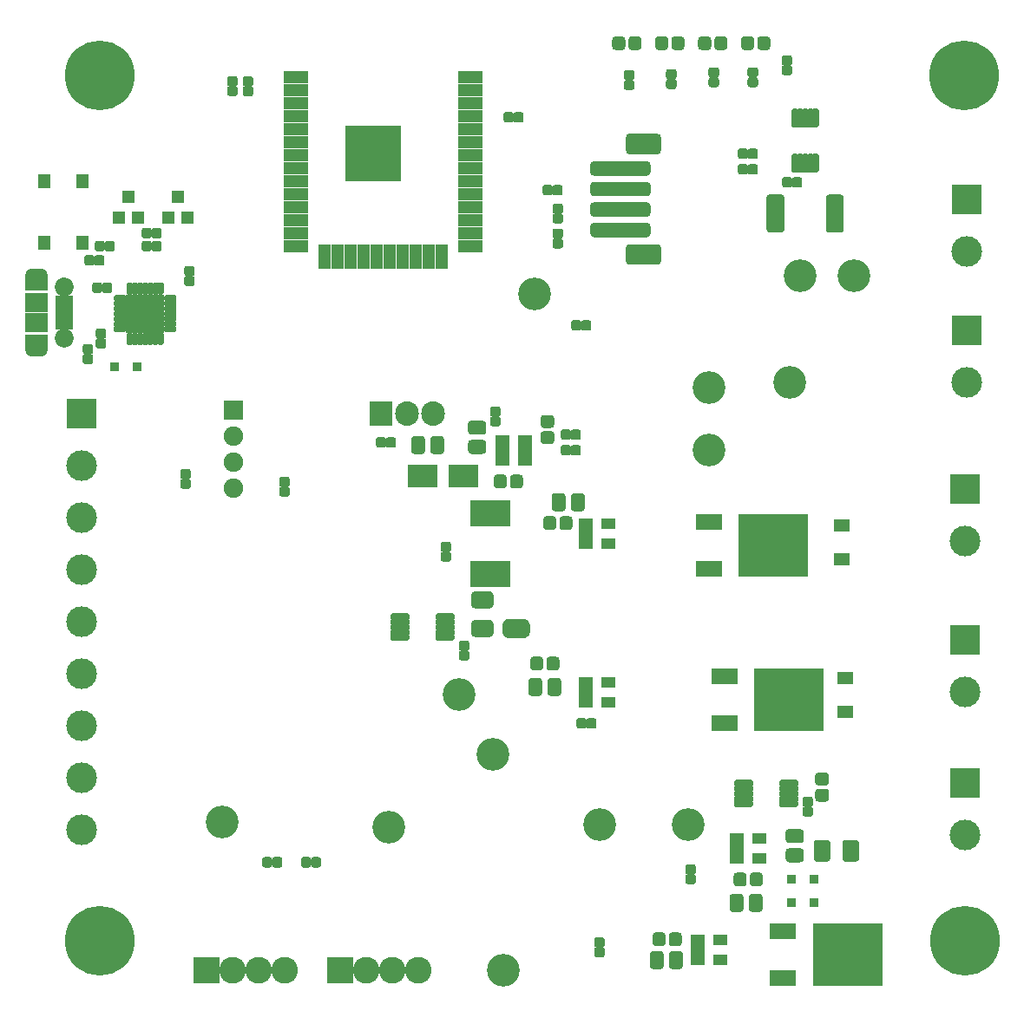
<source format=gts>
G04 #@! TF.GenerationSoftware,KiCad,Pcbnew,5.1.6-c6e7f7d~87~ubuntu18.04.1*
G04 #@! TF.CreationDate,2020-08-03T14:56:27+01:00*
G04 #@! TF.ProjectId,garden,67617264-656e-42e6-9b69-6361645f7063,rev?*
G04 #@! TF.SameCoordinates,Original*
G04 #@! TF.FileFunction,Soldermask,Top*
G04 #@! TF.FilePolarity,Negative*
%FSLAX46Y46*%
G04 Gerber Fmt 4.6, Leading zero omitted, Abs format (unit mm)*
G04 Created by KiCad (PCBNEW 5.1.6-c6e7f7d~87~ubuntu18.04.1) date 2020-08-03 14:56:27*
%MOMM*%
%LPD*%
G01*
G04 APERTURE LIST*
%ADD10R,3.900000X2.600000*%
%ADD11R,0.900000X0.900000*%
%ADD12R,3.750000X3.750000*%
%ADD13C,3.200000*%
%ADD14R,2.400000X1.300000*%
%ADD15R,1.300000X2.400000*%
%ADD16R,5.400000X5.400000*%
%ADD17C,0.100000*%
%ADD18C,3.000000*%
%ADD19R,3.000000X3.000000*%
%ADD20R,1.460000X1.050000*%
%ADD21O,2.305000X2.400000*%
%ADD22R,2.305000X2.400000*%
%ADD23C,1.900000*%
%ADD24R,1.900000X1.900000*%
%ADD25R,2.900000X2.200000*%
%ADD26R,6.800000X6.200000*%
%ADD27R,2.600000X1.600000*%
%ADD28R,1.150000X1.400000*%
%ADD29R,1.200000X1.300000*%
%ADD30R,2.300000X1.600000*%
%ADD31O,2.300000X1.600000*%
%ADD32R,2.300000X1.900000*%
%ADD33C,1.850000*%
%ADD34R,1.750000X0.800000*%
%ADD35R,1.600000X1.300000*%
%ADD36C,2.600000*%
%ADD37R,2.600000X2.600000*%
%ADD38C,6.800000*%
G04 APERTURE END LIST*
D10*
X101600000Y-105820000D03*
X101600000Y-99920000D03*
D11*
X64940000Y-85598000D03*
X67140000Y-85598000D03*
G36*
G01*
X63764000Y-77578500D02*
X63764000Y-78123500D01*
G75*
G02*
X63516500Y-78371000I-247500J0D01*
G01*
X63021500Y-78371000D01*
G75*
G02*
X62774000Y-78123500I0J247500D01*
G01*
X62774000Y-77578500D01*
G75*
G02*
X63021500Y-77331000I247500J0D01*
G01*
X63516500Y-77331000D01*
G75*
G02*
X63764000Y-77578500I0J-247500D01*
G01*
G37*
G36*
G01*
X64734000Y-77578500D02*
X64734000Y-78123500D01*
G75*
G02*
X64486500Y-78371000I-247500J0D01*
G01*
X63991500Y-78371000D01*
G75*
G02*
X63744000Y-78123500I0J247500D01*
G01*
X63744000Y-77578500D01*
G75*
G02*
X63991500Y-77331000I247500J0D01*
G01*
X64486500Y-77331000D01*
G75*
G02*
X64734000Y-77578500I0J-247500D01*
G01*
G37*
G36*
G01*
X72535500Y-76718000D02*
X71990500Y-76718000D01*
G75*
G02*
X71743000Y-76470500I0J247500D01*
G01*
X71743000Y-75975500D01*
G75*
G02*
X71990500Y-75728000I247500J0D01*
G01*
X72535500Y-75728000D01*
G75*
G02*
X72783000Y-75975500I0J-247500D01*
G01*
X72783000Y-76470500D01*
G75*
G02*
X72535500Y-76718000I-247500J0D01*
G01*
G37*
G36*
G01*
X72535500Y-77688000D02*
X71990500Y-77688000D01*
G75*
G02*
X71743000Y-77440500I0J247500D01*
G01*
X71743000Y-76945500D01*
G75*
G02*
X71990500Y-76698000I247500J0D01*
G01*
X72535500Y-76698000D01*
G75*
G02*
X72783000Y-76945500I0J-247500D01*
G01*
X72783000Y-77440500D01*
G75*
G02*
X72535500Y-77688000I-247500J0D01*
G01*
G37*
D12*
X67945000Y-80391000D03*
G36*
G01*
X66120000Y-78378500D02*
X66120000Y-77503500D01*
G75*
G02*
X66282500Y-77341000I162500J0D01*
G01*
X66607500Y-77341000D01*
G75*
G02*
X66770000Y-77503500I0J-162500D01*
G01*
X66770000Y-78378500D01*
G75*
G02*
X66607500Y-78541000I-162500J0D01*
G01*
X66282500Y-78541000D01*
G75*
G02*
X66120000Y-78378500I0J162500D01*
G01*
G37*
G36*
G01*
X66620000Y-78378500D02*
X66620000Y-77503500D01*
G75*
G02*
X66782500Y-77341000I162500J0D01*
G01*
X67107500Y-77341000D01*
G75*
G02*
X67270000Y-77503500I0J-162500D01*
G01*
X67270000Y-78378500D01*
G75*
G02*
X67107500Y-78541000I-162500J0D01*
G01*
X66782500Y-78541000D01*
G75*
G02*
X66620000Y-78378500I0J162500D01*
G01*
G37*
G36*
G01*
X67120000Y-78378500D02*
X67120000Y-77503500D01*
G75*
G02*
X67282500Y-77341000I162500J0D01*
G01*
X67607500Y-77341000D01*
G75*
G02*
X67770000Y-77503500I0J-162500D01*
G01*
X67770000Y-78378500D01*
G75*
G02*
X67607500Y-78541000I-162500J0D01*
G01*
X67282500Y-78541000D01*
G75*
G02*
X67120000Y-78378500I0J162500D01*
G01*
G37*
G36*
G01*
X67620000Y-78378500D02*
X67620000Y-77503500D01*
G75*
G02*
X67782500Y-77341000I162500J0D01*
G01*
X68107500Y-77341000D01*
G75*
G02*
X68270000Y-77503500I0J-162500D01*
G01*
X68270000Y-78378500D01*
G75*
G02*
X68107500Y-78541000I-162500J0D01*
G01*
X67782500Y-78541000D01*
G75*
G02*
X67620000Y-78378500I0J162500D01*
G01*
G37*
G36*
G01*
X68120000Y-78378500D02*
X68120000Y-77503500D01*
G75*
G02*
X68282500Y-77341000I162500J0D01*
G01*
X68607500Y-77341000D01*
G75*
G02*
X68770000Y-77503500I0J-162500D01*
G01*
X68770000Y-78378500D01*
G75*
G02*
X68607500Y-78541000I-162500J0D01*
G01*
X68282500Y-78541000D01*
G75*
G02*
X68120000Y-78378500I0J162500D01*
G01*
G37*
G36*
G01*
X68620000Y-78378500D02*
X68620000Y-77503500D01*
G75*
G02*
X68782500Y-77341000I162500J0D01*
G01*
X69107500Y-77341000D01*
G75*
G02*
X69270000Y-77503500I0J-162500D01*
G01*
X69270000Y-78378500D01*
G75*
G02*
X69107500Y-78541000I-162500J0D01*
G01*
X68782500Y-78541000D01*
G75*
G02*
X68620000Y-78378500I0J162500D01*
G01*
G37*
G36*
G01*
X69120000Y-78378500D02*
X69120000Y-77503500D01*
G75*
G02*
X69282500Y-77341000I162500J0D01*
G01*
X69607500Y-77341000D01*
G75*
G02*
X69770000Y-77503500I0J-162500D01*
G01*
X69770000Y-78378500D01*
G75*
G02*
X69607500Y-78541000I-162500J0D01*
G01*
X69282500Y-78541000D01*
G75*
G02*
X69120000Y-78378500I0J162500D01*
G01*
G37*
G36*
G01*
X69795000Y-79053500D02*
X69795000Y-78728500D01*
G75*
G02*
X69957500Y-78566000I162500J0D01*
G01*
X70832500Y-78566000D01*
G75*
G02*
X70995000Y-78728500I0J-162500D01*
G01*
X70995000Y-79053500D01*
G75*
G02*
X70832500Y-79216000I-162500J0D01*
G01*
X69957500Y-79216000D01*
G75*
G02*
X69795000Y-79053500I0J162500D01*
G01*
G37*
G36*
G01*
X69795000Y-79553500D02*
X69795000Y-79228500D01*
G75*
G02*
X69957500Y-79066000I162500J0D01*
G01*
X70832500Y-79066000D01*
G75*
G02*
X70995000Y-79228500I0J-162500D01*
G01*
X70995000Y-79553500D01*
G75*
G02*
X70832500Y-79716000I-162500J0D01*
G01*
X69957500Y-79716000D01*
G75*
G02*
X69795000Y-79553500I0J162500D01*
G01*
G37*
G36*
G01*
X69795000Y-80053500D02*
X69795000Y-79728500D01*
G75*
G02*
X69957500Y-79566000I162500J0D01*
G01*
X70832500Y-79566000D01*
G75*
G02*
X70995000Y-79728500I0J-162500D01*
G01*
X70995000Y-80053500D01*
G75*
G02*
X70832500Y-80216000I-162500J0D01*
G01*
X69957500Y-80216000D01*
G75*
G02*
X69795000Y-80053500I0J162500D01*
G01*
G37*
G36*
G01*
X69795000Y-80553500D02*
X69795000Y-80228500D01*
G75*
G02*
X69957500Y-80066000I162500J0D01*
G01*
X70832500Y-80066000D01*
G75*
G02*
X70995000Y-80228500I0J-162500D01*
G01*
X70995000Y-80553500D01*
G75*
G02*
X70832500Y-80716000I-162500J0D01*
G01*
X69957500Y-80716000D01*
G75*
G02*
X69795000Y-80553500I0J162500D01*
G01*
G37*
G36*
G01*
X69795000Y-81053500D02*
X69795000Y-80728500D01*
G75*
G02*
X69957500Y-80566000I162500J0D01*
G01*
X70832500Y-80566000D01*
G75*
G02*
X70995000Y-80728500I0J-162500D01*
G01*
X70995000Y-81053500D01*
G75*
G02*
X70832500Y-81216000I-162500J0D01*
G01*
X69957500Y-81216000D01*
G75*
G02*
X69795000Y-81053500I0J162500D01*
G01*
G37*
G36*
G01*
X69795000Y-81553500D02*
X69795000Y-81228500D01*
G75*
G02*
X69957500Y-81066000I162500J0D01*
G01*
X70832500Y-81066000D01*
G75*
G02*
X70995000Y-81228500I0J-162500D01*
G01*
X70995000Y-81553500D01*
G75*
G02*
X70832500Y-81716000I-162500J0D01*
G01*
X69957500Y-81716000D01*
G75*
G02*
X69795000Y-81553500I0J162500D01*
G01*
G37*
G36*
G01*
X69795000Y-82053500D02*
X69795000Y-81728500D01*
G75*
G02*
X69957500Y-81566000I162500J0D01*
G01*
X70832500Y-81566000D01*
G75*
G02*
X70995000Y-81728500I0J-162500D01*
G01*
X70995000Y-82053500D01*
G75*
G02*
X70832500Y-82216000I-162500J0D01*
G01*
X69957500Y-82216000D01*
G75*
G02*
X69795000Y-82053500I0J162500D01*
G01*
G37*
G36*
G01*
X69120000Y-83278500D02*
X69120000Y-82403500D01*
G75*
G02*
X69282500Y-82241000I162500J0D01*
G01*
X69607500Y-82241000D01*
G75*
G02*
X69770000Y-82403500I0J-162500D01*
G01*
X69770000Y-83278500D01*
G75*
G02*
X69607500Y-83441000I-162500J0D01*
G01*
X69282500Y-83441000D01*
G75*
G02*
X69120000Y-83278500I0J162500D01*
G01*
G37*
G36*
G01*
X68620000Y-83278500D02*
X68620000Y-82403500D01*
G75*
G02*
X68782500Y-82241000I162500J0D01*
G01*
X69107500Y-82241000D01*
G75*
G02*
X69270000Y-82403500I0J-162500D01*
G01*
X69270000Y-83278500D01*
G75*
G02*
X69107500Y-83441000I-162500J0D01*
G01*
X68782500Y-83441000D01*
G75*
G02*
X68620000Y-83278500I0J162500D01*
G01*
G37*
G36*
G01*
X68120000Y-83278500D02*
X68120000Y-82403500D01*
G75*
G02*
X68282500Y-82241000I162500J0D01*
G01*
X68607500Y-82241000D01*
G75*
G02*
X68770000Y-82403500I0J-162500D01*
G01*
X68770000Y-83278500D01*
G75*
G02*
X68607500Y-83441000I-162500J0D01*
G01*
X68282500Y-83441000D01*
G75*
G02*
X68120000Y-83278500I0J162500D01*
G01*
G37*
G36*
G01*
X67620000Y-83278500D02*
X67620000Y-82403500D01*
G75*
G02*
X67782500Y-82241000I162500J0D01*
G01*
X68107500Y-82241000D01*
G75*
G02*
X68270000Y-82403500I0J-162500D01*
G01*
X68270000Y-83278500D01*
G75*
G02*
X68107500Y-83441000I-162500J0D01*
G01*
X67782500Y-83441000D01*
G75*
G02*
X67620000Y-83278500I0J162500D01*
G01*
G37*
G36*
G01*
X67120000Y-83278500D02*
X67120000Y-82403500D01*
G75*
G02*
X67282500Y-82241000I162500J0D01*
G01*
X67607500Y-82241000D01*
G75*
G02*
X67770000Y-82403500I0J-162500D01*
G01*
X67770000Y-83278500D01*
G75*
G02*
X67607500Y-83441000I-162500J0D01*
G01*
X67282500Y-83441000D01*
G75*
G02*
X67120000Y-83278500I0J162500D01*
G01*
G37*
G36*
G01*
X66620000Y-83278500D02*
X66620000Y-82403500D01*
G75*
G02*
X66782500Y-82241000I162500J0D01*
G01*
X67107500Y-82241000D01*
G75*
G02*
X67270000Y-82403500I0J-162500D01*
G01*
X67270000Y-83278500D01*
G75*
G02*
X67107500Y-83441000I-162500J0D01*
G01*
X66782500Y-83441000D01*
G75*
G02*
X66620000Y-83278500I0J162500D01*
G01*
G37*
G36*
G01*
X66120000Y-83278500D02*
X66120000Y-82403500D01*
G75*
G02*
X66282500Y-82241000I162500J0D01*
G01*
X66607500Y-82241000D01*
G75*
G02*
X66770000Y-82403500I0J-162500D01*
G01*
X66770000Y-83278500D01*
G75*
G02*
X66607500Y-83441000I-162500J0D01*
G01*
X66282500Y-83441000D01*
G75*
G02*
X66120000Y-83278500I0J162500D01*
G01*
G37*
G36*
G01*
X64895000Y-82053500D02*
X64895000Y-81728500D01*
G75*
G02*
X65057500Y-81566000I162500J0D01*
G01*
X65932500Y-81566000D01*
G75*
G02*
X66095000Y-81728500I0J-162500D01*
G01*
X66095000Y-82053500D01*
G75*
G02*
X65932500Y-82216000I-162500J0D01*
G01*
X65057500Y-82216000D01*
G75*
G02*
X64895000Y-82053500I0J162500D01*
G01*
G37*
G36*
G01*
X64895000Y-81553500D02*
X64895000Y-81228500D01*
G75*
G02*
X65057500Y-81066000I162500J0D01*
G01*
X65932500Y-81066000D01*
G75*
G02*
X66095000Y-81228500I0J-162500D01*
G01*
X66095000Y-81553500D01*
G75*
G02*
X65932500Y-81716000I-162500J0D01*
G01*
X65057500Y-81716000D01*
G75*
G02*
X64895000Y-81553500I0J162500D01*
G01*
G37*
G36*
G01*
X64895000Y-81053500D02*
X64895000Y-80728500D01*
G75*
G02*
X65057500Y-80566000I162500J0D01*
G01*
X65932500Y-80566000D01*
G75*
G02*
X66095000Y-80728500I0J-162500D01*
G01*
X66095000Y-81053500D01*
G75*
G02*
X65932500Y-81216000I-162500J0D01*
G01*
X65057500Y-81216000D01*
G75*
G02*
X64895000Y-81053500I0J162500D01*
G01*
G37*
G36*
G01*
X64895000Y-80553500D02*
X64895000Y-80228500D01*
G75*
G02*
X65057500Y-80066000I162500J0D01*
G01*
X65932500Y-80066000D01*
G75*
G02*
X66095000Y-80228500I0J-162500D01*
G01*
X66095000Y-80553500D01*
G75*
G02*
X65932500Y-80716000I-162500J0D01*
G01*
X65057500Y-80716000D01*
G75*
G02*
X64895000Y-80553500I0J162500D01*
G01*
G37*
G36*
G01*
X64895000Y-80053500D02*
X64895000Y-79728500D01*
G75*
G02*
X65057500Y-79566000I162500J0D01*
G01*
X65932500Y-79566000D01*
G75*
G02*
X66095000Y-79728500I0J-162500D01*
G01*
X66095000Y-80053500D01*
G75*
G02*
X65932500Y-80216000I-162500J0D01*
G01*
X65057500Y-80216000D01*
G75*
G02*
X64895000Y-80053500I0J162500D01*
G01*
G37*
G36*
G01*
X64895000Y-79553500D02*
X64895000Y-79228500D01*
G75*
G02*
X65057500Y-79066000I162500J0D01*
G01*
X65932500Y-79066000D01*
G75*
G02*
X66095000Y-79228500I0J-162500D01*
G01*
X66095000Y-79553500D01*
G75*
G02*
X65932500Y-79716000I-162500J0D01*
G01*
X65057500Y-79716000D01*
G75*
G02*
X64895000Y-79553500I0J162500D01*
G01*
G37*
G36*
G01*
X64895000Y-79053500D02*
X64895000Y-78728500D01*
G75*
G02*
X65057500Y-78566000I162500J0D01*
G01*
X65932500Y-78566000D01*
G75*
G02*
X66095000Y-78728500I0J-162500D01*
G01*
X66095000Y-79053500D01*
G75*
G02*
X65932500Y-79216000I-162500J0D01*
G01*
X65057500Y-79216000D01*
G75*
G02*
X64895000Y-79053500I0J162500D01*
G01*
G37*
D13*
X137076000Y-76708000D03*
X131826000Y-76708000D03*
X105918000Y-78486000D03*
X102870000Y-144526000D03*
X130810000Y-87122000D03*
X122936000Y-87630000D03*
X91694000Y-130556000D03*
X75438000Y-130048000D03*
X122936000Y-93726000D03*
X112268000Y-130302000D03*
X120904000Y-130302000D03*
X101854000Y-123444000D03*
X98552000Y-117602000D03*
D14*
X99686000Y-57277000D03*
X99686000Y-58547000D03*
X99686000Y-59817000D03*
X99686000Y-61087000D03*
X99686000Y-62357000D03*
X99686000Y-63627000D03*
X99686000Y-64897000D03*
X99686000Y-66167000D03*
X99686000Y-67437000D03*
X99686000Y-68707000D03*
X99686000Y-69977000D03*
X99686000Y-71247000D03*
X99686000Y-72517000D03*
X99686000Y-73787000D03*
D15*
X96901000Y-74787000D03*
X95631000Y-74787000D03*
X94361000Y-74787000D03*
X93091000Y-74787000D03*
X91821000Y-74787000D03*
X90551000Y-74787000D03*
X89281000Y-74787000D03*
X88011000Y-74787000D03*
X86741000Y-74787000D03*
X85471000Y-74787000D03*
D14*
X82686000Y-73787000D03*
X82686000Y-72517000D03*
X82686000Y-71247000D03*
X82686000Y-69977000D03*
X82686000Y-68707000D03*
X82686000Y-67437000D03*
X82686000Y-66167000D03*
X82686000Y-64897000D03*
X82686000Y-63627000D03*
X82686000Y-62357000D03*
X82686000Y-61087000D03*
X82686000Y-59817000D03*
X82686000Y-58547000D03*
X82686000Y-57277000D03*
D16*
X90186000Y-64777000D03*
D17*
G36*
X104796112Y-110175602D02*
G01*
X104814534Y-110175602D01*
X104834140Y-110176565D01*
X104882971Y-110181375D01*
X104902380Y-110184254D01*
X104950505Y-110193826D01*
X104969548Y-110198596D01*
X105016503Y-110212840D01*
X105034980Y-110219451D01*
X105080313Y-110238228D01*
X105098061Y-110246623D01*
X105141334Y-110269754D01*
X105158162Y-110279840D01*
X105198961Y-110307100D01*
X105214730Y-110318795D01*
X105252659Y-110349923D01*
X105267200Y-110363103D01*
X105301897Y-110397800D01*
X105315077Y-110412341D01*
X105346205Y-110450270D01*
X105357900Y-110466039D01*
X105385160Y-110506838D01*
X105395246Y-110523666D01*
X105418377Y-110566939D01*
X105426772Y-110584687D01*
X105445549Y-110630020D01*
X105452160Y-110648497D01*
X105466404Y-110695452D01*
X105471174Y-110714495D01*
X105480746Y-110762620D01*
X105483625Y-110782029D01*
X105488435Y-110830860D01*
X105489398Y-110850466D01*
X105489398Y-110868888D01*
X105490000Y-110875000D01*
X105490000Y-111375000D01*
X105489398Y-111381112D01*
X105489398Y-111399534D01*
X105488435Y-111419140D01*
X105483625Y-111467971D01*
X105480746Y-111487380D01*
X105471174Y-111535505D01*
X105466404Y-111554548D01*
X105452160Y-111601503D01*
X105445549Y-111619980D01*
X105426772Y-111665313D01*
X105418377Y-111683061D01*
X105395246Y-111726334D01*
X105385160Y-111743162D01*
X105357900Y-111783961D01*
X105346205Y-111799730D01*
X105315077Y-111837659D01*
X105301897Y-111852200D01*
X105267200Y-111886897D01*
X105252659Y-111900077D01*
X105214730Y-111931205D01*
X105198961Y-111942900D01*
X105158162Y-111970160D01*
X105141334Y-111980246D01*
X105098061Y-112003377D01*
X105080313Y-112011772D01*
X105034980Y-112030549D01*
X105016503Y-112037160D01*
X104969548Y-112051404D01*
X104950505Y-112056174D01*
X104902380Y-112065746D01*
X104882971Y-112068625D01*
X104834140Y-112073435D01*
X104814534Y-112074398D01*
X104796112Y-112074398D01*
X104790000Y-112075000D01*
X104290000Y-112075000D01*
X104250982Y-112071157D01*
X104213463Y-112059776D01*
X104178886Y-112041294D01*
X104148579Y-112016421D01*
X104123706Y-111986114D01*
X104105224Y-111951537D01*
X104093843Y-111914018D01*
X104090000Y-111875000D01*
X104090000Y-110375000D01*
X104093843Y-110335982D01*
X104105224Y-110298463D01*
X104123706Y-110263886D01*
X104148579Y-110233579D01*
X104178886Y-110208706D01*
X104213463Y-110190224D01*
X104250982Y-110178843D01*
X104290000Y-110175000D01*
X104790000Y-110175000D01*
X104796112Y-110175602D01*
G37*
G36*
X104029018Y-110178843D02*
G01*
X104066537Y-110190224D01*
X104101114Y-110208706D01*
X104131421Y-110233579D01*
X104156294Y-110263886D01*
X104174776Y-110298463D01*
X104186157Y-110335982D01*
X104190000Y-110375000D01*
X104190000Y-111875000D01*
X104186157Y-111914018D01*
X104174776Y-111951537D01*
X104156294Y-111986114D01*
X104131421Y-112016421D01*
X104101114Y-112041294D01*
X104066537Y-112059776D01*
X104029018Y-112071157D01*
X103990000Y-112075000D01*
X103490000Y-112075000D01*
X103483888Y-112074398D01*
X103465466Y-112074398D01*
X103445860Y-112073435D01*
X103397029Y-112068625D01*
X103377620Y-112065746D01*
X103329495Y-112056174D01*
X103310452Y-112051404D01*
X103263497Y-112037160D01*
X103245020Y-112030549D01*
X103199687Y-112011772D01*
X103181939Y-112003377D01*
X103138666Y-111980246D01*
X103121838Y-111970160D01*
X103081039Y-111942900D01*
X103065270Y-111931205D01*
X103027341Y-111900077D01*
X103012800Y-111886897D01*
X102978103Y-111852200D01*
X102964923Y-111837659D01*
X102933795Y-111799730D01*
X102922100Y-111783961D01*
X102894840Y-111743162D01*
X102884754Y-111726334D01*
X102861623Y-111683061D01*
X102853228Y-111665313D01*
X102834451Y-111619980D01*
X102827840Y-111601503D01*
X102813596Y-111554548D01*
X102808826Y-111535505D01*
X102799254Y-111487380D01*
X102796375Y-111467971D01*
X102791565Y-111419140D01*
X102790602Y-111399534D01*
X102790602Y-111381112D01*
X102790000Y-111375000D01*
X102790000Y-110875000D01*
X102790602Y-110868888D01*
X102790602Y-110850466D01*
X102791565Y-110830860D01*
X102796375Y-110782029D01*
X102799254Y-110762620D01*
X102808826Y-110714495D01*
X102813596Y-110695452D01*
X102827840Y-110648497D01*
X102834451Y-110630020D01*
X102853228Y-110584687D01*
X102861623Y-110566939D01*
X102884754Y-110523666D01*
X102894840Y-110506838D01*
X102922100Y-110466039D01*
X102933795Y-110450270D01*
X102964923Y-110412341D01*
X102978103Y-110397800D01*
X103012800Y-110363103D01*
X103027341Y-110349923D01*
X103065270Y-110318795D01*
X103081039Y-110307100D01*
X103121838Y-110279840D01*
X103138666Y-110269754D01*
X103181939Y-110246623D01*
X103199687Y-110238228D01*
X103245020Y-110219451D01*
X103263497Y-110212840D01*
X103310452Y-110198596D01*
X103329495Y-110193826D01*
X103377620Y-110184254D01*
X103397029Y-110181375D01*
X103445860Y-110176565D01*
X103465466Y-110175602D01*
X103483888Y-110175602D01*
X103490000Y-110175000D01*
X103990000Y-110175000D01*
X104029018Y-110178843D01*
G37*
D18*
X61722000Y-130810000D03*
X61722000Y-125730000D03*
X61722000Y-120650000D03*
X61722000Y-115570000D03*
X61722000Y-110490000D03*
X61722000Y-105410000D03*
X61722000Y-100330000D03*
X61722000Y-95250000D03*
D19*
X61722000Y-90170000D03*
G36*
G01*
X99332500Y-113294000D02*
X98787500Y-113294000D01*
G75*
G02*
X98540000Y-113046500I0J247500D01*
G01*
X98540000Y-112551500D01*
G75*
G02*
X98787500Y-112304000I247500J0D01*
G01*
X99332500Y-112304000D01*
G75*
G02*
X99580000Y-112551500I0J-247500D01*
G01*
X99580000Y-113046500D01*
G75*
G02*
X99332500Y-113294000I-247500J0D01*
G01*
G37*
G36*
G01*
X99332500Y-114264000D02*
X98787500Y-114264000D01*
G75*
G02*
X98540000Y-114016500I0J247500D01*
G01*
X98540000Y-113521500D01*
G75*
G02*
X98787500Y-113274000I247500J0D01*
G01*
X99332500Y-113274000D01*
G75*
G02*
X99580000Y-113521500I0J-247500D01*
G01*
X99580000Y-114016500D01*
G75*
G02*
X99332500Y-114264000I-247500J0D01*
G01*
G37*
G36*
G01*
X96271000Y-110173000D02*
X96271000Y-109823000D01*
G75*
G02*
X96446000Y-109648000I175000J0D01*
G01*
X97946000Y-109648000D01*
G75*
G02*
X98121000Y-109823000I0J-175000D01*
G01*
X98121000Y-110173000D01*
G75*
G02*
X97946000Y-110348000I-175000J0D01*
G01*
X96446000Y-110348000D01*
G75*
G02*
X96271000Y-110173000I0J175000D01*
G01*
G37*
G36*
G01*
X96271000Y-110673000D02*
X96271000Y-110323000D01*
G75*
G02*
X96446000Y-110148000I175000J0D01*
G01*
X97946000Y-110148000D01*
G75*
G02*
X98121000Y-110323000I0J-175000D01*
G01*
X98121000Y-110673000D01*
G75*
G02*
X97946000Y-110848000I-175000J0D01*
G01*
X96446000Y-110848000D01*
G75*
G02*
X96271000Y-110673000I0J175000D01*
G01*
G37*
G36*
G01*
X96271000Y-111173000D02*
X96271000Y-110823000D01*
G75*
G02*
X96446000Y-110648000I175000J0D01*
G01*
X97946000Y-110648000D01*
G75*
G02*
X98121000Y-110823000I0J-175000D01*
G01*
X98121000Y-111173000D01*
G75*
G02*
X97946000Y-111348000I-175000J0D01*
G01*
X96446000Y-111348000D01*
G75*
G02*
X96271000Y-111173000I0J175000D01*
G01*
G37*
G36*
G01*
X96271000Y-111673000D02*
X96271000Y-111323000D01*
G75*
G02*
X96446000Y-111148000I175000J0D01*
G01*
X97946000Y-111148000D01*
G75*
G02*
X98121000Y-111323000I0J-175000D01*
G01*
X98121000Y-111673000D01*
G75*
G02*
X97946000Y-111848000I-175000J0D01*
G01*
X96446000Y-111848000D01*
G75*
G02*
X96271000Y-111673000I0J175000D01*
G01*
G37*
G36*
G01*
X96271000Y-112173000D02*
X96271000Y-111823000D01*
G75*
G02*
X96446000Y-111648000I175000J0D01*
G01*
X97946000Y-111648000D01*
G75*
G02*
X98121000Y-111823000I0J-175000D01*
G01*
X98121000Y-112173000D01*
G75*
G02*
X97946000Y-112348000I-175000J0D01*
G01*
X96446000Y-112348000D01*
G75*
G02*
X96271000Y-112173000I0J175000D01*
G01*
G37*
G36*
G01*
X91871000Y-112173000D02*
X91871000Y-111823000D01*
G75*
G02*
X92046000Y-111648000I175000J0D01*
G01*
X93546000Y-111648000D01*
G75*
G02*
X93721000Y-111823000I0J-175000D01*
G01*
X93721000Y-112173000D01*
G75*
G02*
X93546000Y-112348000I-175000J0D01*
G01*
X92046000Y-112348000D01*
G75*
G02*
X91871000Y-112173000I0J175000D01*
G01*
G37*
G36*
G01*
X91871000Y-111673000D02*
X91871000Y-111323000D01*
G75*
G02*
X92046000Y-111148000I175000J0D01*
G01*
X93546000Y-111148000D01*
G75*
G02*
X93721000Y-111323000I0J-175000D01*
G01*
X93721000Y-111673000D01*
G75*
G02*
X93546000Y-111848000I-175000J0D01*
G01*
X92046000Y-111848000D01*
G75*
G02*
X91871000Y-111673000I0J175000D01*
G01*
G37*
G36*
G01*
X91871000Y-111173000D02*
X91871000Y-110823000D01*
G75*
G02*
X92046000Y-110648000I175000J0D01*
G01*
X93546000Y-110648000D01*
G75*
G02*
X93721000Y-110823000I0J-175000D01*
G01*
X93721000Y-111173000D01*
G75*
G02*
X93546000Y-111348000I-175000J0D01*
G01*
X92046000Y-111348000D01*
G75*
G02*
X91871000Y-111173000I0J175000D01*
G01*
G37*
G36*
G01*
X91871000Y-110673000D02*
X91871000Y-110323000D01*
G75*
G02*
X92046000Y-110148000I175000J0D01*
G01*
X93546000Y-110148000D01*
G75*
G02*
X93721000Y-110323000I0J-175000D01*
G01*
X93721000Y-110673000D01*
G75*
G02*
X93546000Y-110848000I-175000J0D01*
G01*
X92046000Y-110848000D01*
G75*
G02*
X91871000Y-110673000I0J175000D01*
G01*
G37*
G36*
G01*
X91871000Y-110173000D02*
X91871000Y-109823000D01*
G75*
G02*
X92046000Y-109648000I175000J0D01*
G01*
X93546000Y-109648000D01*
G75*
G02*
X93721000Y-109823000I0J-175000D01*
G01*
X93721000Y-110173000D01*
G75*
G02*
X93546000Y-110348000I-175000J0D01*
G01*
X92046000Y-110348000D01*
G75*
G02*
X91871000Y-110173000I0J175000D01*
G01*
G37*
G36*
G01*
X101583000Y-109153000D02*
X100093000Y-109153000D01*
G75*
G02*
X99763000Y-108823000I0J330000D01*
G01*
X99763000Y-107833000D01*
G75*
G02*
X100093000Y-107503000I330000J0D01*
G01*
X101583000Y-107503000D01*
G75*
G02*
X101913000Y-107833000I0J-330000D01*
G01*
X101913000Y-108823000D01*
G75*
G02*
X101583000Y-109153000I-330000J0D01*
G01*
G37*
G36*
G01*
X101583000Y-111953000D02*
X100093000Y-111953000D01*
G75*
G02*
X99763000Y-111623000I0J330000D01*
G01*
X99763000Y-110633000D01*
G75*
G02*
X100093000Y-110303000I330000J0D01*
G01*
X101583000Y-110303000D01*
G75*
G02*
X101913000Y-110633000I0J-330000D01*
G01*
X101913000Y-111623000D01*
G75*
G02*
X101583000Y-111953000I-330000J0D01*
G01*
G37*
G36*
G01*
X129799000Y-126429000D02*
X129799000Y-126079000D01*
G75*
G02*
X129974000Y-125904000I175000J0D01*
G01*
X131474000Y-125904000D01*
G75*
G02*
X131649000Y-126079000I0J-175000D01*
G01*
X131649000Y-126429000D01*
G75*
G02*
X131474000Y-126604000I-175000J0D01*
G01*
X129974000Y-126604000D01*
G75*
G02*
X129799000Y-126429000I0J175000D01*
G01*
G37*
G36*
G01*
X129799000Y-126929000D02*
X129799000Y-126579000D01*
G75*
G02*
X129974000Y-126404000I175000J0D01*
G01*
X131474000Y-126404000D01*
G75*
G02*
X131649000Y-126579000I0J-175000D01*
G01*
X131649000Y-126929000D01*
G75*
G02*
X131474000Y-127104000I-175000J0D01*
G01*
X129974000Y-127104000D01*
G75*
G02*
X129799000Y-126929000I0J175000D01*
G01*
G37*
G36*
G01*
X129799000Y-127429000D02*
X129799000Y-127079000D01*
G75*
G02*
X129974000Y-126904000I175000J0D01*
G01*
X131474000Y-126904000D01*
G75*
G02*
X131649000Y-127079000I0J-175000D01*
G01*
X131649000Y-127429000D01*
G75*
G02*
X131474000Y-127604000I-175000J0D01*
G01*
X129974000Y-127604000D01*
G75*
G02*
X129799000Y-127429000I0J175000D01*
G01*
G37*
G36*
G01*
X129799000Y-127929000D02*
X129799000Y-127579000D01*
G75*
G02*
X129974000Y-127404000I175000J0D01*
G01*
X131474000Y-127404000D01*
G75*
G02*
X131649000Y-127579000I0J-175000D01*
G01*
X131649000Y-127929000D01*
G75*
G02*
X131474000Y-128104000I-175000J0D01*
G01*
X129974000Y-128104000D01*
G75*
G02*
X129799000Y-127929000I0J175000D01*
G01*
G37*
G36*
G01*
X129799000Y-128429000D02*
X129799000Y-128079000D01*
G75*
G02*
X129974000Y-127904000I175000J0D01*
G01*
X131474000Y-127904000D01*
G75*
G02*
X131649000Y-128079000I0J-175000D01*
G01*
X131649000Y-128429000D01*
G75*
G02*
X131474000Y-128604000I-175000J0D01*
G01*
X129974000Y-128604000D01*
G75*
G02*
X129799000Y-128429000I0J175000D01*
G01*
G37*
G36*
G01*
X125399000Y-128429000D02*
X125399000Y-128079000D01*
G75*
G02*
X125574000Y-127904000I175000J0D01*
G01*
X127074000Y-127904000D01*
G75*
G02*
X127249000Y-128079000I0J-175000D01*
G01*
X127249000Y-128429000D01*
G75*
G02*
X127074000Y-128604000I-175000J0D01*
G01*
X125574000Y-128604000D01*
G75*
G02*
X125399000Y-128429000I0J175000D01*
G01*
G37*
G36*
G01*
X125399000Y-127929000D02*
X125399000Y-127579000D01*
G75*
G02*
X125574000Y-127404000I175000J0D01*
G01*
X127074000Y-127404000D01*
G75*
G02*
X127249000Y-127579000I0J-175000D01*
G01*
X127249000Y-127929000D01*
G75*
G02*
X127074000Y-128104000I-175000J0D01*
G01*
X125574000Y-128104000D01*
G75*
G02*
X125399000Y-127929000I0J175000D01*
G01*
G37*
G36*
G01*
X125399000Y-127429000D02*
X125399000Y-127079000D01*
G75*
G02*
X125574000Y-126904000I175000J0D01*
G01*
X127074000Y-126904000D01*
G75*
G02*
X127249000Y-127079000I0J-175000D01*
G01*
X127249000Y-127429000D01*
G75*
G02*
X127074000Y-127604000I-175000J0D01*
G01*
X125574000Y-127604000D01*
G75*
G02*
X125399000Y-127429000I0J175000D01*
G01*
G37*
G36*
G01*
X125399000Y-126929000D02*
X125399000Y-126579000D01*
G75*
G02*
X125574000Y-126404000I175000J0D01*
G01*
X127074000Y-126404000D01*
G75*
G02*
X127249000Y-126579000I0J-175000D01*
G01*
X127249000Y-126929000D01*
G75*
G02*
X127074000Y-127104000I-175000J0D01*
G01*
X125574000Y-127104000D01*
G75*
G02*
X125399000Y-126929000I0J175000D01*
G01*
G37*
G36*
G01*
X125399000Y-126429000D02*
X125399000Y-126079000D01*
G75*
G02*
X125574000Y-125904000I175000J0D01*
G01*
X127074000Y-125904000D01*
G75*
G02*
X127249000Y-126079000I0J-175000D01*
G01*
X127249000Y-126429000D01*
G75*
G02*
X127074000Y-126604000I-175000J0D01*
G01*
X125574000Y-126604000D01*
G75*
G02*
X125399000Y-126429000I0J175000D01*
G01*
G37*
G36*
G01*
X134359000Y-72162927D02*
X134359000Y-69061073D01*
G75*
G02*
X134683073Y-68737000I324073J0D01*
G01*
X135784927Y-68737000D01*
G75*
G02*
X136109000Y-69061073I0J-324073D01*
G01*
X136109000Y-72162927D01*
G75*
G02*
X135784927Y-72487000I-324073J0D01*
G01*
X134683073Y-72487000D01*
G75*
G02*
X134359000Y-72162927I0J324073D01*
G01*
G37*
G36*
G01*
X128559000Y-72162927D02*
X128559000Y-69061073D01*
G75*
G02*
X128883073Y-68737000I324073J0D01*
G01*
X129984927Y-68737000D01*
G75*
G02*
X130309000Y-69061073I0J-324073D01*
G01*
X130309000Y-72162927D01*
G75*
G02*
X129984927Y-72487000I-324073J0D01*
G01*
X128883073Y-72487000D01*
G75*
G02*
X128559000Y-72162927I0J324073D01*
G01*
G37*
G36*
G01*
X133159000Y-64775000D02*
X133509000Y-64775000D01*
G75*
G02*
X133684000Y-64950000I0J-175000D01*
G01*
X133684000Y-66450000D01*
G75*
G02*
X133509000Y-66625000I-175000J0D01*
G01*
X133159000Y-66625000D01*
G75*
G02*
X132984000Y-66450000I0J175000D01*
G01*
X132984000Y-64950000D01*
G75*
G02*
X133159000Y-64775000I175000J0D01*
G01*
G37*
G36*
G01*
X132659000Y-64775000D02*
X133009000Y-64775000D01*
G75*
G02*
X133184000Y-64950000I0J-175000D01*
G01*
X133184000Y-66450000D01*
G75*
G02*
X133009000Y-66625000I-175000J0D01*
G01*
X132659000Y-66625000D01*
G75*
G02*
X132484000Y-66450000I0J175000D01*
G01*
X132484000Y-64950000D01*
G75*
G02*
X132659000Y-64775000I175000J0D01*
G01*
G37*
G36*
G01*
X132159000Y-64775000D02*
X132509000Y-64775000D01*
G75*
G02*
X132684000Y-64950000I0J-175000D01*
G01*
X132684000Y-66450000D01*
G75*
G02*
X132509000Y-66625000I-175000J0D01*
G01*
X132159000Y-66625000D01*
G75*
G02*
X131984000Y-66450000I0J175000D01*
G01*
X131984000Y-64950000D01*
G75*
G02*
X132159000Y-64775000I175000J0D01*
G01*
G37*
G36*
G01*
X131659000Y-64775000D02*
X132009000Y-64775000D01*
G75*
G02*
X132184000Y-64950000I0J-175000D01*
G01*
X132184000Y-66450000D01*
G75*
G02*
X132009000Y-66625000I-175000J0D01*
G01*
X131659000Y-66625000D01*
G75*
G02*
X131484000Y-66450000I0J175000D01*
G01*
X131484000Y-64950000D01*
G75*
G02*
X131659000Y-64775000I175000J0D01*
G01*
G37*
G36*
G01*
X131159000Y-64775000D02*
X131509000Y-64775000D01*
G75*
G02*
X131684000Y-64950000I0J-175000D01*
G01*
X131684000Y-66450000D01*
G75*
G02*
X131509000Y-66625000I-175000J0D01*
G01*
X131159000Y-66625000D01*
G75*
G02*
X130984000Y-66450000I0J175000D01*
G01*
X130984000Y-64950000D01*
G75*
G02*
X131159000Y-64775000I175000J0D01*
G01*
G37*
G36*
G01*
X131159000Y-60375000D02*
X131509000Y-60375000D01*
G75*
G02*
X131684000Y-60550000I0J-175000D01*
G01*
X131684000Y-62050000D01*
G75*
G02*
X131509000Y-62225000I-175000J0D01*
G01*
X131159000Y-62225000D01*
G75*
G02*
X130984000Y-62050000I0J175000D01*
G01*
X130984000Y-60550000D01*
G75*
G02*
X131159000Y-60375000I175000J0D01*
G01*
G37*
G36*
G01*
X131659000Y-60375000D02*
X132009000Y-60375000D01*
G75*
G02*
X132184000Y-60550000I0J-175000D01*
G01*
X132184000Y-62050000D01*
G75*
G02*
X132009000Y-62225000I-175000J0D01*
G01*
X131659000Y-62225000D01*
G75*
G02*
X131484000Y-62050000I0J175000D01*
G01*
X131484000Y-60550000D01*
G75*
G02*
X131659000Y-60375000I175000J0D01*
G01*
G37*
G36*
G01*
X132159000Y-60375000D02*
X132509000Y-60375000D01*
G75*
G02*
X132684000Y-60550000I0J-175000D01*
G01*
X132684000Y-62050000D01*
G75*
G02*
X132509000Y-62225000I-175000J0D01*
G01*
X132159000Y-62225000D01*
G75*
G02*
X131984000Y-62050000I0J175000D01*
G01*
X131984000Y-60550000D01*
G75*
G02*
X132159000Y-60375000I175000J0D01*
G01*
G37*
G36*
G01*
X132659000Y-60375000D02*
X133009000Y-60375000D01*
G75*
G02*
X133184000Y-60550000I0J-175000D01*
G01*
X133184000Y-62050000D01*
G75*
G02*
X133009000Y-62225000I-175000J0D01*
G01*
X132659000Y-62225000D01*
G75*
G02*
X132484000Y-62050000I0J175000D01*
G01*
X132484000Y-60550000D01*
G75*
G02*
X132659000Y-60375000I175000J0D01*
G01*
G37*
G36*
G01*
X133159000Y-60375000D02*
X133509000Y-60375000D01*
G75*
G02*
X133684000Y-60550000I0J-175000D01*
G01*
X133684000Y-62050000D01*
G75*
G02*
X133509000Y-62225000I-175000J0D01*
G01*
X133159000Y-62225000D01*
G75*
G02*
X132984000Y-62050000I0J175000D01*
G01*
X132984000Y-60550000D01*
G75*
G02*
X133159000Y-60375000I175000J0D01*
G01*
G37*
G36*
G01*
X130283500Y-56124000D02*
X130828500Y-56124000D01*
G75*
G02*
X131076000Y-56371500I0J-247500D01*
G01*
X131076000Y-56866500D01*
G75*
G02*
X130828500Y-57114000I-247500J0D01*
G01*
X130283500Y-57114000D01*
G75*
G02*
X130036000Y-56866500I0J247500D01*
G01*
X130036000Y-56371500D01*
G75*
G02*
X130283500Y-56124000I247500J0D01*
G01*
G37*
G36*
G01*
X130283500Y-55154000D02*
X130828500Y-55154000D01*
G75*
G02*
X131076000Y-55401500I0J-247500D01*
G01*
X131076000Y-55896500D01*
G75*
G02*
X130828500Y-56144000I-247500J0D01*
G01*
X130283500Y-56144000D01*
G75*
G02*
X130036000Y-55896500I0J247500D01*
G01*
X130036000Y-55401500D01*
G75*
G02*
X130283500Y-55154000I247500J0D01*
G01*
G37*
G36*
G01*
X126756000Y-66021500D02*
X126756000Y-66566500D01*
G75*
G02*
X126508500Y-66814000I-247500J0D01*
G01*
X126013500Y-66814000D01*
G75*
G02*
X125766000Y-66566500I0J247500D01*
G01*
X125766000Y-66021500D01*
G75*
G02*
X126013500Y-65774000I247500J0D01*
G01*
X126508500Y-65774000D01*
G75*
G02*
X126756000Y-66021500I0J-247500D01*
G01*
G37*
G36*
G01*
X127726000Y-66021500D02*
X127726000Y-66566500D01*
G75*
G02*
X127478500Y-66814000I-247500J0D01*
G01*
X126983500Y-66814000D01*
G75*
G02*
X126736000Y-66566500I0J247500D01*
G01*
X126736000Y-66021500D01*
G75*
G02*
X126983500Y-65774000I247500J0D01*
G01*
X127478500Y-65774000D01*
G75*
G02*
X127726000Y-66021500I0J-247500D01*
G01*
G37*
G36*
G01*
X126756000Y-64497500D02*
X126756000Y-65042500D01*
G75*
G02*
X126508500Y-65290000I-247500J0D01*
G01*
X126013500Y-65290000D01*
G75*
G02*
X125766000Y-65042500I0J247500D01*
G01*
X125766000Y-64497500D01*
G75*
G02*
X126013500Y-64250000I247500J0D01*
G01*
X126508500Y-64250000D01*
G75*
G02*
X126756000Y-64497500I0J-247500D01*
G01*
G37*
G36*
G01*
X127726000Y-64497500D02*
X127726000Y-65042500D01*
G75*
G02*
X127478500Y-65290000I-247500J0D01*
G01*
X126983500Y-65290000D01*
G75*
G02*
X126736000Y-65042500I0J247500D01*
G01*
X126736000Y-64497500D01*
G75*
G02*
X126983500Y-64250000I247500J0D01*
G01*
X127478500Y-64250000D01*
G75*
G02*
X127726000Y-64497500I0J-247500D01*
G01*
G37*
D20*
X113114000Y-100904000D03*
X113114000Y-102804000D03*
X110914000Y-102804000D03*
X110914000Y-101854000D03*
X110914000Y-100904000D03*
X113114000Y-116398000D03*
X113114000Y-118298000D03*
X110914000Y-118298000D03*
X110914000Y-117348000D03*
X110914000Y-116398000D03*
X124036000Y-141544000D03*
X124036000Y-143444000D03*
X121836000Y-143444000D03*
X121836000Y-142494000D03*
X121836000Y-141544000D03*
G36*
G01*
X111008000Y-120123500D02*
X111008000Y-120668500D01*
G75*
G02*
X110760500Y-120916000I-247500J0D01*
G01*
X110265500Y-120916000D01*
G75*
G02*
X110018000Y-120668500I0J247500D01*
G01*
X110018000Y-120123500D01*
G75*
G02*
X110265500Y-119876000I247500J0D01*
G01*
X110760500Y-119876000D01*
G75*
G02*
X111008000Y-120123500I0J-247500D01*
G01*
G37*
G36*
G01*
X111978000Y-120123500D02*
X111978000Y-120668500D01*
G75*
G02*
X111730500Y-120916000I-247500J0D01*
G01*
X111235500Y-120916000D01*
G75*
G02*
X110988000Y-120668500I0J247500D01*
G01*
X110988000Y-120123500D01*
G75*
G02*
X111235500Y-119876000I247500J0D01*
G01*
X111730500Y-119876000D01*
G75*
G02*
X111978000Y-120123500I0J-247500D01*
G01*
G37*
G36*
G01*
X110480000Y-81806500D02*
X110480000Y-81261500D01*
G75*
G02*
X110727500Y-81014000I247500J0D01*
G01*
X111222500Y-81014000D01*
G75*
G02*
X111470000Y-81261500I0J-247500D01*
G01*
X111470000Y-81806500D01*
G75*
G02*
X111222500Y-82054000I-247500J0D01*
G01*
X110727500Y-82054000D01*
G75*
G02*
X110480000Y-81806500I0J247500D01*
G01*
G37*
G36*
G01*
X109510000Y-81806500D02*
X109510000Y-81261500D01*
G75*
G02*
X109757500Y-81014000I247500J0D01*
G01*
X110252500Y-81014000D01*
G75*
G02*
X110500000Y-81261500I0J-247500D01*
G01*
X110500000Y-81806500D01*
G75*
G02*
X110252500Y-82054000I-247500J0D01*
G01*
X109757500Y-82054000D01*
G75*
G02*
X109510000Y-81806500I0J247500D01*
G01*
G37*
G36*
G01*
X111995500Y-142253000D02*
X112540500Y-142253000D01*
G75*
G02*
X112788000Y-142500500I0J-247500D01*
G01*
X112788000Y-142995500D01*
G75*
G02*
X112540500Y-143243000I-247500J0D01*
G01*
X111995500Y-143243000D01*
G75*
G02*
X111748000Y-142995500I0J247500D01*
G01*
X111748000Y-142500500D01*
G75*
G02*
X111995500Y-142253000I247500J0D01*
G01*
G37*
G36*
G01*
X111995500Y-141283000D02*
X112540500Y-141283000D01*
G75*
G02*
X112788000Y-141530500I0J-247500D01*
G01*
X112788000Y-142025500D01*
G75*
G02*
X112540500Y-142273000I-247500J0D01*
G01*
X111995500Y-142273000D01*
G75*
G02*
X111748000Y-142025500I0J247500D01*
G01*
X111748000Y-141530500D01*
G75*
G02*
X111995500Y-141283000I247500J0D01*
G01*
G37*
G36*
G01*
X106684000Y-116283750D02*
X106684000Y-117396250D01*
G75*
G02*
X106340250Y-117740000I-343750J0D01*
G01*
X105652750Y-117740000D01*
G75*
G02*
X105309000Y-117396250I0J343750D01*
G01*
X105309000Y-116283750D01*
G75*
G02*
X105652750Y-115940000I343750J0D01*
G01*
X106340250Y-115940000D01*
G75*
G02*
X106684000Y-116283750I0J-343750D01*
G01*
G37*
G36*
G01*
X108559000Y-116283750D02*
X108559000Y-117396250D01*
G75*
G02*
X108215250Y-117740000I-343750J0D01*
G01*
X107527750Y-117740000D01*
G75*
G02*
X107184000Y-117396250I0J343750D01*
G01*
X107184000Y-116283750D01*
G75*
G02*
X107527750Y-115940000I343750J0D01*
G01*
X108215250Y-115940000D01*
G75*
G02*
X108559000Y-116283750I0J-343750D01*
G01*
G37*
G36*
G01*
X106784000Y-114197750D02*
X106784000Y-114910250D01*
G75*
G02*
X106465250Y-115229000I-318750J0D01*
G01*
X105827750Y-115229000D01*
G75*
G02*
X105509000Y-114910250I0J318750D01*
G01*
X105509000Y-114197750D01*
G75*
G02*
X105827750Y-113879000I318750J0D01*
G01*
X106465250Y-113879000D01*
G75*
G02*
X106784000Y-114197750I0J-318750D01*
G01*
G37*
G36*
G01*
X108359000Y-114197750D02*
X108359000Y-114910250D01*
G75*
G02*
X108040250Y-115229000I-318750J0D01*
G01*
X107402750Y-115229000D01*
G75*
G02*
X107084000Y-114910250I0J318750D01*
G01*
X107084000Y-114197750D01*
G75*
G02*
X107402750Y-113879000I318750J0D01*
G01*
X108040250Y-113879000D01*
G75*
G02*
X108359000Y-114197750I0J-318750D01*
G01*
G37*
G36*
G01*
X108970000Y-98235750D02*
X108970000Y-99348250D01*
G75*
G02*
X108626250Y-99692000I-343750J0D01*
G01*
X107938750Y-99692000D01*
G75*
G02*
X107595000Y-99348250I0J343750D01*
G01*
X107595000Y-98235750D01*
G75*
G02*
X107938750Y-97892000I343750J0D01*
G01*
X108626250Y-97892000D01*
G75*
G02*
X108970000Y-98235750I0J-343750D01*
G01*
G37*
G36*
G01*
X110845000Y-98235750D02*
X110845000Y-99348250D01*
G75*
G02*
X110501250Y-99692000I-343750J0D01*
G01*
X109813750Y-99692000D01*
G75*
G02*
X109470000Y-99348250I0J343750D01*
G01*
X109470000Y-98235750D01*
G75*
G02*
X109813750Y-97892000I343750J0D01*
G01*
X110501250Y-97892000D01*
G75*
G02*
X110845000Y-98235750I0J-343750D01*
G01*
G37*
G36*
G01*
X108054000Y-100481750D02*
X108054000Y-101194250D01*
G75*
G02*
X107735250Y-101513000I-318750J0D01*
G01*
X107097750Y-101513000D01*
G75*
G02*
X106779000Y-101194250I0J318750D01*
G01*
X106779000Y-100481750D01*
G75*
G02*
X107097750Y-100163000I318750J0D01*
G01*
X107735250Y-100163000D01*
G75*
G02*
X108054000Y-100481750I0J-318750D01*
G01*
G37*
G36*
G01*
X109629000Y-100481750D02*
X109629000Y-101194250D01*
G75*
G02*
X109310250Y-101513000I-318750J0D01*
G01*
X108672750Y-101513000D01*
G75*
G02*
X108354000Y-101194250I0J318750D01*
G01*
X108354000Y-100481750D01*
G75*
G02*
X108672750Y-100163000I318750J0D01*
G01*
X109310250Y-100163000D01*
G75*
G02*
X109629000Y-100481750I0J-318750D01*
G01*
G37*
G36*
G01*
X118543500Y-142953750D02*
X118543500Y-144066250D01*
G75*
G02*
X118199750Y-144410000I-343750J0D01*
G01*
X117512250Y-144410000D01*
G75*
G02*
X117168500Y-144066250I0J343750D01*
G01*
X117168500Y-142953750D01*
G75*
G02*
X117512250Y-142610000I343750J0D01*
G01*
X118199750Y-142610000D01*
G75*
G02*
X118543500Y-142953750I0J-343750D01*
G01*
G37*
G36*
G01*
X120418500Y-142953750D02*
X120418500Y-144066250D01*
G75*
G02*
X120074750Y-144410000I-343750J0D01*
G01*
X119387250Y-144410000D01*
G75*
G02*
X119043500Y-144066250I0J343750D01*
G01*
X119043500Y-142953750D01*
G75*
G02*
X119387250Y-142610000I343750J0D01*
G01*
X120074750Y-142610000D01*
G75*
G02*
X120418500Y-142953750I0J-343750D01*
G01*
G37*
G36*
G01*
X118722000Y-141121750D02*
X118722000Y-141834250D01*
G75*
G02*
X118403250Y-142153000I-318750J0D01*
G01*
X117765750Y-142153000D01*
G75*
G02*
X117447000Y-141834250I0J318750D01*
G01*
X117447000Y-141121750D01*
G75*
G02*
X117765750Y-140803000I318750J0D01*
G01*
X118403250Y-140803000D01*
G75*
G02*
X118722000Y-141121750I0J-318750D01*
G01*
G37*
G36*
G01*
X120297000Y-141121750D02*
X120297000Y-141834250D01*
G75*
G02*
X119978250Y-142153000I-318750J0D01*
G01*
X119340750Y-142153000D01*
G75*
G02*
X119022000Y-141834250I0J318750D01*
G01*
X119022000Y-141121750D01*
G75*
G02*
X119340750Y-140803000I318750J0D01*
G01*
X119978250Y-140803000D01*
G75*
G02*
X120297000Y-141121750I0J-318750D01*
G01*
G37*
G36*
G01*
X121430500Y-135138000D02*
X120885500Y-135138000D01*
G75*
G02*
X120638000Y-134890500I0J247500D01*
G01*
X120638000Y-134395500D01*
G75*
G02*
X120885500Y-134148000I247500J0D01*
G01*
X121430500Y-134148000D01*
G75*
G02*
X121678000Y-134395500I0J-247500D01*
G01*
X121678000Y-134890500D01*
G75*
G02*
X121430500Y-135138000I-247500J0D01*
G01*
G37*
G36*
G01*
X121430500Y-136108000D02*
X120885500Y-136108000D01*
G75*
G02*
X120638000Y-135860500I0J247500D01*
G01*
X120638000Y-135365500D01*
G75*
G02*
X120885500Y-135118000I247500J0D01*
G01*
X121430500Y-135118000D01*
G75*
G02*
X121678000Y-135365500I0J-247500D01*
G01*
X121678000Y-135860500D01*
G75*
G02*
X121430500Y-136108000I-247500J0D01*
G01*
G37*
G36*
G01*
X97554500Y-103642000D02*
X97009500Y-103642000D01*
G75*
G02*
X96762000Y-103394500I0J247500D01*
G01*
X96762000Y-102899500D01*
G75*
G02*
X97009500Y-102652000I247500J0D01*
G01*
X97554500Y-102652000D01*
G75*
G02*
X97802000Y-102899500I0J-247500D01*
G01*
X97802000Y-103394500D01*
G75*
G02*
X97554500Y-103642000I-247500J0D01*
G01*
G37*
G36*
G01*
X97554500Y-104612000D02*
X97009500Y-104612000D01*
G75*
G02*
X96762000Y-104364500I0J247500D01*
G01*
X96762000Y-103869500D01*
G75*
G02*
X97009500Y-103622000I247500J0D01*
G01*
X97554500Y-103622000D01*
G75*
G02*
X97802000Y-103869500I0J-247500D01*
G01*
X97802000Y-104364500D01*
G75*
G02*
X97554500Y-104612000I-247500J0D01*
G01*
G37*
D21*
X96012000Y-90170000D03*
X93472000Y-90170000D03*
D22*
X90932000Y-90170000D03*
G36*
G01*
X91450000Y-92691500D02*
X91450000Y-93236500D01*
G75*
G02*
X91202500Y-93484000I-247500J0D01*
G01*
X90707500Y-93484000D01*
G75*
G02*
X90460000Y-93236500I0J247500D01*
G01*
X90460000Y-92691500D01*
G75*
G02*
X90707500Y-92444000I247500J0D01*
G01*
X91202500Y-92444000D01*
G75*
G02*
X91450000Y-92691500I0J-247500D01*
G01*
G37*
G36*
G01*
X92420000Y-92691500D02*
X92420000Y-93236500D01*
G75*
G02*
X92172500Y-93484000I-247500J0D01*
G01*
X91677500Y-93484000D01*
G75*
G02*
X91430000Y-93236500I0J247500D01*
G01*
X91430000Y-92691500D01*
G75*
G02*
X91677500Y-92444000I247500J0D01*
G01*
X92172500Y-92444000D01*
G75*
G02*
X92420000Y-92691500I0J-247500D01*
G01*
G37*
G36*
G01*
X95254000Y-92661750D02*
X95254000Y-93774250D01*
G75*
G02*
X94910250Y-94118000I-343750J0D01*
G01*
X94222750Y-94118000D01*
G75*
G02*
X93879000Y-93774250I0J343750D01*
G01*
X93879000Y-92661750D01*
G75*
G02*
X94222750Y-92318000I343750J0D01*
G01*
X94910250Y-92318000D01*
G75*
G02*
X95254000Y-92661750I0J-343750D01*
G01*
G37*
G36*
G01*
X97129000Y-92661750D02*
X97129000Y-93774250D01*
G75*
G02*
X96785250Y-94118000I-343750J0D01*
G01*
X96097750Y-94118000D01*
G75*
G02*
X95754000Y-93774250I0J343750D01*
G01*
X95754000Y-92661750D01*
G75*
G02*
X96097750Y-92318000I343750J0D01*
G01*
X96785250Y-92318000D01*
G75*
G02*
X97129000Y-92661750I0J-343750D01*
G01*
G37*
G36*
G01*
X107706000Y-68053500D02*
X107706000Y-68598500D01*
G75*
G02*
X107458500Y-68846000I-247500J0D01*
G01*
X106963500Y-68846000D01*
G75*
G02*
X106716000Y-68598500I0J247500D01*
G01*
X106716000Y-68053500D01*
G75*
G02*
X106963500Y-67806000I247500J0D01*
G01*
X107458500Y-67806000D01*
G75*
G02*
X107706000Y-68053500I0J-247500D01*
G01*
G37*
G36*
G01*
X108676000Y-68053500D02*
X108676000Y-68598500D01*
G75*
G02*
X108428500Y-68846000I-247500J0D01*
G01*
X107933500Y-68846000D01*
G75*
G02*
X107686000Y-68598500I0J247500D01*
G01*
X107686000Y-68053500D01*
G75*
G02*
X107933500Y-67806000I247500J0D01*
G01*
X108428500Y-67806000D01*
G75*
G02*
X108676000Y-68053500I0J-247500D01*
G01*
G37*
G36*
G01*
X76726500Y-58176000D02*
X76181500Y-58176000D01*
G75*
G02*
X75934000Y-57928500I0J247500D01*
G01*
X75934000Y-57433500D01*
G75*
G02*
X76181500Y-57186000I247500J0D01*
G01*
X76726500Y-57186000D01*
G75*
G02*
X76974000Y-57433500I0J-247500D01*
G01*
X76974000Y-57928500D01*
G75*
G02*
X76726500Y-58176000I-247500J0D01*
G01*
G37*
G36*
G01*
X76726500Y-59146000D02*
X76181500Y-59146000D01*
G75*
G02*
X75934000Y-58898500I0J247500D01*
G01*
X75934000Y-58403500D01*
G75*
G02*
X76181500Y-58156000I247500J0D01*
G01*
X76726500Y-58156000D01*
G75*
G02*
X76974000Y-58403500I0J-247500D01*
G01*
X76974000Y-58898500D01*
G75*
G02*
X76726500Y-59146000I-247500J0D01*
G01*
G37*
G36*
G01*
X78250500Y-58199000D02*
X77705500Y-58199000D01*
G75*
G02*
X77458000Y-57951500I0J247500D01*
G01*
X77458000Y-57456500D01*
G75*
G02*
X77705500Y-57209000I247500J0D01*
G01*
X78250500Y-57209000D01*
G75*
G02*
X78498000Y-57456500I0J-247500D01*
G01*
X78498000Y-57951500D01*
G75*
G02*
X78250500Y-58199000I-247500J0D01*
G01*
G37*
G36*
G01*
X78250500Y-59169000D02*
X77705500Y-59169000D01*
G75*
G02*
X77458000Y-58921500I0J247500D01*
G01*
X77458000Y-58426500D01*
G75*
G02*
X77705500Y-58179000I247500J0D01*
G01*
X78250500Y-58179000D01*
G75*
G02*
X78498000Y-58426500I0J-247500D01*
G01*
X78498000Y-58921500D01*
G75*
G02*
X78250500Y-59169000I-247500J0D01*
G01*
G37*
G36*
G01*
X115170500Y-73615000D02*
X117945500Y-73615000D01*
G75*
G02*
X118258000Y-73927500I0J-312500D01*
G01*
X118258000Y-75302500D01*
G75*
G02*
X117945500Y-75615000I-312500J0D01*
G01*
X115170500Y-75615000D01*
G75*
G02*
X114858000Y-75302500I0J312500D01*
G01*
X114858000Y-73927500D01*
G75*
G02*
X115170500Y-73615000I312500J0D01*
G01*
G37*
G36*
G01*
X115170500Y-62815000D02*
X117945500Y-62815000D01*
G75*
G02*
X118258000Y-63127500I0J-312500D01*
G01*
X118258000Y-64502500D01*
G75*
G02*
X117945500Y-64815000I-312500J0D01*
G01*
X115170500Y-64815000D01*
G75*
G02*
X114858000Y-64502500I0J312500D01*
G01*
X114858000Y-63127500D01*
G75*
G02*
X115170500Y-62815000I312500J0D01*
G01*
G37*
G36*
G01*
X111708000Y-71515000D02*
X116908000Y-71515000D01*
G75*
G02*
X117258000Y-71865000I0J-350000D01*
G01*
X117258000Y-72565000D01*
G75*
G02*
X116908000Y-72915000I-350000J0D01*
G01*
X111708000Y-72915000D01*
G75*
G02*
X111358000Y-72565000I0J350000D01*
G01*
X111358000Y-71865000D01*
G75*
G02*
X111708000Y-71515000I350000J0D01*
G01*
G37*
G36*
G01*
X111708000Y-69515000D02*
X116908000Y-69515000D01*
G75*
G02*
X117258000Y-69865000I0J-350000D01*
G01*
X117258000Y-70565000D01*
G75*
G02*
X116908000Y-70915000I-350000J0D01*
G01*
X111708000Y-70915000D01*
G75*
G02*
X111358000Y-70565000I0J350000D01*
G01*
X111358000Y-69865000D01*
G75*
G02*
X111708000Y-69515000I350000J0D01*
G01*
G37*
G36*
G01*
X111708000Y-67515000D02*
X116908000Y-67515000D01*
G75*
G02*
X117258000Y-67865000I0J-350000D01*
G01*
X117258000Y-68565000D01*
G75*
G02*
X116908000Y-68915000I-350000J0D01*
G01*
X111708000Y-68915000D01*
G75*
G02*
X111358000Y-68565000I0J350000D01*
G01*
X111358000Y-67865000D01*
G75*
G02*
X111708000Y-67515000I350000J0D01*
G01*
G37*
G36*
G01*
X111708000Y-65515000D02*
X116908000Y-65515000D01*
G75*
G02*
X117258000Y-65865000I0J-350000D01*
G01*
X117258000Y-66565000D01*
G75*
G02*
X116908000Y-66915000I-350000J0D01*
G01*
X111708000Y-66915000D01*
G75*
G02*
X111358000Y-66565000I0J350000D01*
G01*
X111358000Y-65865000D01*
G75*
G02*
X111708000Y-65515000I350000J0D01*
G01*
G37*
G36*
G01*
X107931500Y-70602000D02*
X108476500Y-70602000D01*
G75*
G02*
X108724000Y-70849500I0J-247500D01*
G01*
X108724000Y-71344500D01*
G75*
G02*
X108476500Y-71592000I-247500J0D01*
G01*
X107931500Y-71592000D01*
G75*
G02*
X107684000Y-71344500I0J247500D01*
G01*
X107684000Y-70849500D01*
G75*
G02*
X107931500Y-70602000I247500J0D01*
G01*
G37*
G36*
G01*
X107931500Y-69632000D02*
X108476500Y-69632000D01*
G75*
G02*
X108724000Y-69879500I0J-247500D01*
G01*
X108724000Y-70374500D01*
G75*
G02*
X108476500Y-70622000I-247500J0D01*
G01*
X107931500Y-70622000D01*
G75*
G02*
X107684000Y-70374500I0J247500D01*
G01*
X107684000Y-69879500D01*
G75*
G02*
X107931500Y-69632000I247500J0D01*
G01*
G37*
G36*
G01*
X107931500Y-73038000D02*
X108476500Y-73038000D01*
G75*
G02*
X108724000Y-73285500I0J-247500D01*
G01*
X108724000Y-73780500D01*
G75*
G02*
X108476500Y-74028000I-247500J0D01*
G01*
X107931500Y-74028000D01*
G75*
G02*
X107684000Y-73780500I0J247500D01*
G01*
X107684000Y-73285500D01*
G75*
G02*
X107931500Y-73038000I247500J0D01*
G01*
G37*
G36*
G01*
X107931500Y-72068000D02*
X108476500Y-72068000D01*
G75*
G02*
X108724000Y-72315500I0J-247500D01*
G01*
X108724000Y-72810500D01*
G75*
G02*
X108476500Y-73058000I-247500J0D01*
G01*
X107931500Y-73058000D01*
G75*
G02*
X107684000Y-72810500I0J247500D01*
G01*
X107684000Y-72315500D01*
G75*
G02*
X107931500Y-72068000I247500J0D01*
G01*
G37*
G36*
G01*
X127358000Y-53618750D02*
X127358000Y-54331250D01*
G75*
G02*
X127039250Y-54650000I-318750J0D01*
G01*
X126401750Y-54650000D01*
G75*
G02*
X126083000Y-54331250I0J318750D01*
G01*
X126083000Y-53618750D01*
G75*
G02*
X126401750Y-53300000I318750J0D01*
G01*
X127039250Y-53300000D01*
G75*
G02*
X127358000Y-53618750I0J-318750D01*
G01*
G37*
G36*
G01*
X128933000Y-53618750D02*
X128933000Y-54331250D01*
G75*
G02*
X128614250Y-54650000I-318750J0D01*
G01*
X127976750Y-54650000D01*
G75*
G02*
X127658000Y-54331250I0J318750D01*
G01*
X127658000Y-53618750D01*
G75*
G02*
X127976750Y-53300000I318750J0D01*
G01*
X128614250Y-53300000D01*
G75*
G02*
X128933000Y-53618750I0J-318750D01*
G01*
G37*
G36*
G01*
X123167000Y-53618750D02*
X123167000Y-54331250D01*
G75*
G02*
X122848250Y-54650000I-318750J0D01*
G01*
X122210750Y-54650000D01*
G75*
G02*
X121892000Y-54331250I0J318750D01*
G01*
X121892000Y-53618750D01*
G75*
G02*
X122210750Y-53300000I318750J0D01*
G01*
X122848250Y-53300000D01*
G75*
G02*
X123167000Y-53618750I0J-318750D01*
G01*
G37*
G36*
G01*
X124742000Y-53618750D02*
X124742000Y-54331250D01*
G75*
G02*
X124423250Y-54650000I-318750J0D01*
G01*
X123785750Y-54650000D01*
G75*
G02*
X123467000Y-54331250I0J318750D01*
G01*
X123467000Y-53618750D01*
G75*
G02*
X123785750Y-53300000I318750J0D01*
G01*
X124423250Y-53300000D01*
G75*
G02*
X124742000Y-53618750I0J-318750D01*
G01*
G37*
G36*
G01*
X127501100Y-57310000D02*
X126956100Y-57310000D01*
G75*
G02*
X126708600Y-57062500I0J247500D01*
G01*
X126708600Y-56567500D01*
G75*
G02*
X126956100Y-56320000I247500J0D01*
G01*
X127501100Y-56320000D01*
G75*
G02*
X127748600Y-56567500I0J-247500D01*
G01*
X127748600Y-57062500D01*
G75*
G02*
X127501100Y-57310000I-247500J0D01*
G01*
G37*
G36*
G01*
X127501100Y-58280000D02*
X126956100Y-58280000D01*
G75*
G02*
X126708600Y-58032500I0J247500D01*
G01*
X126708600Y-57537500D01*
G75*
G02*
X126956100Y-57290000I247500J0D01*
G01*
X127501100Y-57290000D01*
G75*
G02*
X127748600Y-57537500I0J-247500D01*
G01*
X127748600Y-58032500D01*
G75*
G02*
X127501100Y-58280000I-247500J0D01*
G01*
G37*
G36*
G01*
X123691100Y-57312400D02*
X123146100Y-57312400D01*
G75*
G02*
X122898600Y-57064900I0J247500D01*
G01*
X122898600Y-56569900D01*
G75*
G02*
X123146100Y-56322400I247500J0D01*
G01*
X123691100Y-56322400D01*
G75*
G02*
X123938600Y-56569900I0J-247500D01*
G01*
X123938600Y-57064900D01*
G75*
G02*
X123691100Y-57312400I-247500J0D01*
G01*
G37*
G36*
G01*
X123691100Y-58282400D02*
X123146100Y-58282400D01*
G75*
G02*
X122898600Y-58034900I0J247500D01*
G01*
X122898600Y-57539900D01*
G75*
G02*
X123146100Y-57292400I247500J0D01*
G01*
X123691100Y-57292400D01*
G75*
G02*
X123938600Y-57539900I0J-247500D01*
G01*
X123938600Y-58034900D01*
G75*
G02*
X123691100Y-58282400I-247500J0D01*
G01*
G37*
G36*
G01*
X119550900Y-57490200D02*
X119005900Y-57490200D01*
G75*
G02*
X118758400Y-57242700I0J247500D01*
G01*
X118758400Y-56747700D01*
G75*
G02*
X119005900Y-56500200I247500J0D01*
G01*
X119550900Y-56500200D01*
G75*
G02*
X119798400Y-56747700I0J-247500D01*
G01*
X119798400Y-57242700D01*
G75*
G02*
X119550900Y-57490200I-247500J0D01*
G01*
G37*
G36*
G01*
X119550900Y-58460200D02*
X119005900Y-58460200D01*
G75*
G02*
X118758400Y-58212700I0J247500D01*
G01*
X118758400Y-57717700D01*
G75*
G02*
X119005900Y-57470200I247500J0D01*
G01*
X119550900Y-57470200D01*
G75*
G02*
X119798400Y-57717700I0J-247500D01*
G01*
X119798400Y-58212700D01*
G75*
G02*
X119550900Y-58460200I-247500J0D01*
G01*
G37*
G36*
G01*
X115436100Y-57591800D02*
X114891100Y-57591800D01*
G75*
G02*
X114643600Y-57344300I0J247500D01*
G01*
X114643600Y-56849300D01*
G75*
G02*
X114891100Y-56601800I247500J0D01*
G01*
X115436100Y-56601800D01*
G75*
G02*
X115683600Y-56849300I0J-247500D01*
G01*
X115683600Y-57344300D01*
G75*
G02*
X115436100Y-57591800I-247500J0D01*
G01*
G37*
G36*
G01*
X115436100Y-58561800D02*
X114891100Y-58561800D01*
G75*
G02*
X114643600Y-58314300I0J247500D01*
G01*
X114643600Y-57819300D01*
G75*
G02*
X114891100Y-57571800I247500J0D01*
G01*
X115436100Y-57571800D01*
G75*
G02*
X115683600Y-57819300I0J-247500D01*
G01*
X115683600Y-58314300D01*
G75*
G02*
X115436100Y-58561800I-247500J0D01*
G01*
G37*
G36*
G01*
X118976000Y-53618750D02*
X118976000Y-54331250D01*
G75*
G02*
X118657250Y-54650000I-318750J0D01*
G01*
X118019750Y-54650000D01*
G75*
G02*
X117701000Y-54331250I0J318750D01*
G01*
X117701000Y-53618750D01*
G75*
G02*
X118019750Y-53300000I318750J0D01*
G01*
X118657250Y-53300000D01*
G75*
G02*
X118976000Y-53618750I0J-318750D01*
G01*
G37*
G36*
G01*
X120551000Y-53618750D02*
X120551000Y-54331250D01*
G75*
G02*
X120232250Y-54650000I-318750J0D01*
G01*
X119594750Y-54650000D01*
G75*
G02*
X119276000Y-54331250I0J318750D01*
G01*
X119276000Y-53618750D01*
G75*
G02*
X119594750Y-53300000I318750J0D01*
G01*
X120232250Y-53300000D01*
G75*
G02*
X120551000Y-53618750I0J-318750D01*
G01*
G37*
G36*
G01*
X114785000Y-53618750D02*
X114785000Y-54331250D01*
G75*
G02*
X114466250Y-54650000I-318750J0D01*
G01*
X113828750Y-54650000D01*
G75*
G02*
X113510000Y-54331250I0J318750D01*
G01*
X113510000Y-53618750D01*
G75*
G02*
X113828750Y-53300000I318750J0D01*
G01*
X114466250Y-53300000D01*
G75*
G02*
X114785000Y-53618750I0J-318750D01*
G01*
G37*
G36*
G01*
X116360000Y-53618750D02*
X116360000Y-54331250D01*
G75*
G02*
X116041250Y-54650000I-318750J0D01*
G01*
X115403750Y-54650000D01*
G75*
G02*
X115085000Y-54331250I0J318750D01*
G01*
X115085000Y-53618750D01*
G75*
G02*
X115403750Y-53300000I318750J0D01*
G01*
X116041250Y-53300000D01*
G75*
G02*
X116360000Y-53618750I0J-318750D01*
G01*
G37*
G36*
G01*
X103896000Y-60941500D02*
X103896000Y-61486500D01*
G75*
G02*
X103648500Y-61734000I-247500J0D01*
G01*
X103153500Y-61734000D01*
G75*
G02*
X102906000Y-61486500I0J247500D01*
G01*
X102906000Y-60941500D01*
G75*
G02*
X103153500Y-60694000I247500J0D01*
G01*
X103648500Y-60694000D01*
G75*
G02*
X103896000Y-60941500I0J-247500D01*
G01*
G37*
G36*
G01*
X104866000Y-60941500D02*
X104866000Y-61486500D01*
G75*
G02*
X104618500Y-61734000I-247500J0D01*
G01*
X104123500Y-61734000D01*
G75*
G02*
X103876000Y-61486500I0J247500D01*
G01*
X103876000Y-60941500D01*
G75*
G02*
X104123500Y-60694000I247500J0D01*
G01*
X104618500Y-60694000D01*
G75*
G02*
X104866000Y-60941500I0J-247500D01*
G01*
G37*
G36*
G01*
X71609500Y-96510000D02*
X72154500Y-96510000D01*
G75*
G02*
X72402000Y-96757500I0J-247500D01*
G01*
X72402000Y-97252500D01*
G75*
G02*
X72154500Y-97500000I-247500J0D01*
G01*
X71609500Y-97500000D01*
G75*
G02*
X71362000Y-97252500I0J247500D01*
G01*
X71362000Y-96757500D01*
G75*
G02*
X71609500Y-96510000I247500J0D01*
G01*
G37*
G36*
G01*
X71609500Y-95540000D02*
X72154500Y-95540000D01*
G75*
G02*
X72402000Y-95787500I0J-247500D01*
G01*
X72402000Y-96282500D01*
G75*
G02*
X72154500Y-96530000I-247500J0D01*
G01*
X71609500Y-96530000D01*
G75*
G02*
X71362000Y-96282500I0J247500D01*
G01*
X71362000Y-95787500D01*
G75*
G02*
X71609500Y-95540000I247500J0D01*
G01*
G37*
D23*
X76559000Y-97415000D03*
X76559000Y-94875000D03*
X76559000Y-92335000D03*
D24*
X76559000Y-89795000D03*
G36*
G01*
X81806500Y-97292000D02*
X81261500Y-97292000D01*
G75*
G02*
X81014000Y-97044500I0J247500D01*
G01*
X81014000Y-96549500D01*
G75*
G02*
X81261500Y-96302000I247500J0D01*
G01*
X81806500Y-96302000D01*
G75*
G02*
X82054000Y-96549500I0J-247500D01*
G01*
X82054000Y-97044500D01*
G75*
G02*
X81806500Y-97292000I-247500J0D01*
G01*
G37*
G36*
G01*
X81806500Y-98262000D02*
X81261500Y-98262000D01*
G75*
G02*
X81014000Y-98014500I0J247500D01*
G01*
X81014000Y-97519500D01*
G75*
G02*
X81261500Y-97272000I247500J0D01*
G01*
X81806500Y-97272000D01*
G75*
G02*
X82054000Y-97519500I0J-247500D01*
G01*
X82054000Y-98014500D01*
G75*
G02*
X81806500Y-98262000I-247500J0D01*
G01*
G37*
G36*
G01*
X101835500Y-90414000D02*
X102380500Y-90414000D01*
G75*
G02*
X102628000Y-90661500I0J-247500D01*
G01*
X102628000Y-91156500D01*
G75*
G02*
X102380500Y-91404000I-247500J0D01*
G01*
X101835500Y-91404000D01*
G75*
G02*
X101588000Y-91156500I0J247500D01*
G01*
X101588000Y-90661500D01*
G75*
G02*
X101835500Y-90414000I247500J0D01*
G01*
G37*
G36*
G01*
X101835500Y-89444000D02*
X102380500Y-89444000D01*
G75*
G02*
X102628000Y-89691500I0J-247500D01*
G01*
X102628000Y-90186500D01*
G75*
G02*
X102380500Y-90434000I-247500J0D01*
G01*
X101835500Y-90434000D01*
G75*
G02*
X101588000Y-90186500I0J247500D01*
G01*
X101588000Y-89691500D01*
G75*
G02*
X101835500Y-89444000I247500J0D01*
G01*
G37*
D25*
X95028000Y-96266000D03*
X99028000Y-96266000D03*
G36*
G01*
X103228000Y-96417750D02*
X103228000Y-97130250D01*
G75*
G02*
X102909250Y-97449000I-318750J0D01*
G01*
X102271750Y-97449000D01*
G75*
G02*
X101953000Y-97130250I0J318750D01*
G01*
X101953000Y-96417750D01*
G75*
G02*
X102271750Y-96099000I318750J0D01*
G01*
X102909250Y-96099000D01*
G75*
G02*
X103228000Y-96417750I0J-318750D01*
G01*
G37*
G36*
G01*
X104803000Y-96417750D02*
X104803000Y-97130250D01*
G75*
G02*
X104484250Y-97449000I-318750J0D01*
G01*
X103846750Y-97449000D01*
G75*
G02*
X103528000Y-97130250I0J318750D01*
G01*
X103528000Y-96417750D01*
G75*
G02*
X103846750Y-96099000I318750J0D01*
G01*
X104484250Y-96099000D01*
G75*
G02*
X104803000Y-96417750I0J-318750D01*
G01*
G37*
D20*
X102786000Y-93726000D03*
X102786000Y-94676000D03*
X102786000Y-92776000D03*
X104986000Y-92776000D03*
X104986000Y-93726000D03*
X104986000Y-94676000D03*
G36*
G01*
X107544250Y-91544000D02*
X106831750Y-91544000D01*
G75*
G02*
X106513000Y-91225250I0J318750D01*
G01*
X106513000Y-90587750D01*
G75*
G02*
X106831750Y-90269000I318750J0D01*
G01*
X107544250Y-90269000D01*
G75*
G02*
X107863000Y-90587750I0J-318750D01*
G01*
X107863000Y-91225250D01*
G75*
G02*
X107544250Y-91544000I-318750J0D01*
G01*
G37*
G36*
G01*
X107544250Y-93119000D02*
X106831750Y-93119000D01*
G75*
G02*
X106513000Y-92800250I0J318750D01*
G01*
X106513000Y-92162750D01*
G75*
G02*
X106831750Y-91844000I318750J0D01*
G01*
X107544250Y-91844000D01*
G75*
G02*
X107863000Y-92162750I0J-318750D01*
G01*
X107863000Y-92800250D01*
G75*
G02*
X107544250Y-93119000I-318750J0D01*
G01*
G37*
G36*
G01*
X109484000Y-93453500D02*
X109484000Y-93998500D01*
G75*
G02*
X109236500Y-94246000I-247500J0D01*
G01*
X108741500Y-94246000D01*
G75*
G02*
X108494000Y-93998500I0J247500D01*
G01*
X108494000Y-93453500D01*
G75*
G02*
X108741500Y-93206000I247500J0D01*
G01*
X109236500Y-93206000D01*
G75*
G02*
X109484000Y-93453500I0J-247500D01*
G01*
G37*
G36*
G01*
X110454000Y-93453500D02*
X110454000Y-93998500D01*
G75*
G02*
X110206500Y-94246000I-247500J0D01*
G01*
X109711500Y-94246000D01*
G75*
G02*
X109464000Y-93998500I0J247500D01*
G01*
X109464000Y-93453500D01*
G75*
G02*
X109711500Y-93206000I247500J0D01*
G01*
X110206500Y-93206000D01*
G75*
G02*
X110454000Y-93453500I0J-247500D01*
G01*
G37*
G36*
G01*
X109464000Y-92474500D02*
X109464000Y-91929500D01*
G75*
G02*
X109711500Y-91682000I247500J0D01*
G01*
X110206500Y-91682000D01*
G75*
G02*
X110454000Y-91929500I0J-247500D01*
G01*
X110454000Y-92474500D01*
G75*
G02*
X110206500Y-92722000I-247500J0D01*
G01*
X109711500Y-92722000D01*
G75*
G02*
X109464000Y-92474500I0J247500D01*
G01*
G37*
G36*
G01*
X108494000Y-92474500D02*
X108494000Y-91929500D01*
G75*
G02*
X108741500Y-91682000I247500J0D01*
G01*
X109236500Y-91682000D01*
G75*
G02*
X109484000Y-91929500I0J-247500D01*
G01*
X109484000Y-92474500D01*
G75*
G02*
X109236500Y-92722000I-247500J0D01*
G01*
X108741500Y-92722000D01*
G75*
G02*
X108494000Y-92474500I0J247500D01*
G01*
G37*
G36*
G01*
X100886250Y-92206000D02*
X99773750Y-92206000D01*
G75*
G02*
X99430000Y-91862250I0J343750D01*
G01*
X99430000Y-91174750D01*
G75*
G02*
X99773750Y-90831000I343750J0D01*
G01*
X100886250Y-90831000D01*
G75*
G02*
X101230000Y-91174750I0J-343750D01*
G01*
X101230000Y-91862250D01*
G75*
G02*
X100886250Y-92206000I-343750J0D01*
G01*
G37*
G36*
G01*
X100886250Y-94081000D02*
X99773750Y-94081000D01*
G75*
G02*
X99430000Y-93737250I0J343750D01*
G01*
X99430000Y-93049750D01*
G75*
G02*
X99773750Y-92706000I343750J0D01*
G01*
X100886250Y-92706000D01*
G75*
G02*
X101230000Y-93049750I0J-343750D01*
G01*
X101230000Y-93737250D01*
G75*
G02*
X100886250Y-94081000I-343750J0D01*
G01*
G37*
G36*
G01*
X133628750Y-126769000D02*
X134341250Y-126769000D01*
G75*
G02*
X134660000Y-127087750I0J-318750D01*
G01*
X134660000Y-127725250D01*
G75*
G02*
X134341250Y-128044000I-318750J0D01*
G01*
X133628750Y-128044000D01*
G75*
G02*
X133310000Y-127725250I0J318750D01*
G01*
X133310000Y-127087750D01*
G75*
G02*
X133628750Y-126769000I318750J0D01*
G01*
G37*
G36*
G01*
X133628750Y-125194000D02*
X134341250Y-125194000D01*
G75*
G02*
X134660000Y-125512750I0J-318750D01*
G01*
X134660000Y-126150250D01*
G75*
G02*
X134341250Y-126469000I-318750J0D01*
G01*
X133628750Y-126469000D01*
G75*
G02*
X133310000Y-126150250I0J318750D01*
G01*
X133310000Y-125512750D01*
G75*
G02*
X133628750Y-125194000I318750J0D01*
G01*
G37*
G36*
G01*
X132860500Y-128534000D02*
X132315500Y-128534000D01*
G75*
G02*
X132068000Y-128286500I0J247500D01*
G01*
X132068000Y-127791500D01*
G75*
G02*
X132315500Y-127544000I247500J0D01*
G01*
X132860500Y-127544000D01*
G75*
G02*
X133108000Y-127791500I0J-247500D01*
G01*
X133108000Y-128286500D01*
G75*
G02*
X132860500Y-128534000I-247500J0D01*
G01*
G37*
G36*
G01*
X132860500Y-129504000D02*
X132315500Y-129504000D01*
G75*
G02*
X132068000Y-129256500I0J247500D01*
G01*
X132068000Y-128761500D01*
G75*
G02*
X132315500Y-128514000I247500J0D01*
G01*
X132860500Y-128514000D01*
G75*
G02*
X133108000Y-128761500I0J-247500D01*
G01*
X133108000Y-129256500D01*
G75*
G02*
X132860500Y-129504000I-247500J0D01*
G01*
G37*
G36*
G01*
X126921500Y-135992250D02*
X126921500Y-135279750D01*
G75*
G02*
X127240250Y-134961000I318750J0D01*
G01*
X127877750Y-134961000D01*
G75*
G02*
X128196500Y-135279750I0J-318750D01*
G01*
X128196500Y-135992250D01*
G75*
G02*
X127877750Y-136311000I-318750J0D01*
G01*
X127240250Y-136311000D01*
G75*
G02*
X126921500Y-135992250I0J318750D01*
G01*
G37*
G36*
G01*
X125346500Y-135992250D02*
X125346500Y-135279750D01*
G75*
G02*
X125665250Y-134961000I318750J0D01*
G01*
X126302750Y-134961000D01*
G75*
G02*
X126621500Y-135279750I0J-318750D01*
G01*
X126621500Y-135992250D01*
G75*
G02*
X126302750Y-136311000I-318750J0D01*
G01*
X125665250Y-136311000D01*
G75*
G02*
X125346500Y-135992250I0J318750D01*
G01*
G37*
G36*
G01*
X135957000Y-133587000D02*
X135957000Y-132097000D01*
G75*
G02*
X136287000Y-131767000I330000J0D01*
G01*
X137277000Y-131767000D01*
G75*
G02*
X137607000Y-132097000I0J-330000D01*
G01*
X137607000Y-133587000D01*
G75*
G02*
X137277000Y-133917000I-330000J0D01*
G01*
X136287000Y-133917000D01*
G75*
G02*
X135957000Y-133587000I0J330000D01*
G01*
G37*
G36*
G01*
X133157000Y-133587000D02*
X133157000Y-132097000D01*
G75*
G02*
X133487000Y-131767000I330000J0D01*
G01*
X134477000Y-131767000D01*
G75*
G02*
X134807000Y-132097000I0J-330000D01*
G01*
X134807000Y-133587000D01*
G75*
G02*
X134477000Y-133917000I-330000J0D01*
G01*
X133487000Y-133917000D01*
G75*
G02*
X133157000Y-133587000I0J330000D01*
G01*
G37*
G36*
G01*
X126820500Y-138478250D02*
X126820500Y-137365750D01*
G75*
G02*
X127164250Y-137022000I343750J0D01*
G01*
X127851750Y-137022000D01*
G75*
G02*
X128195500Y-137365750I0J-343750D01*
G01*
X128195500Y-138478250D01*
G75*
G02*
X127851750Y-138822000I-343750J0D01*
G01*
X127164250Y-138822000D01*
G75*
G02*
X126820500Y-138478250I0J343750D01*
G01*
G37*
G36*
G01*
X124945500Y-138478250D02*
X124945500Y-137365750D01*
G75*
G02*
X125289250Y-137022000I343750J0D01*
G01*
X125976750Y-137022000D01*
G75*
G02*
X126320500Y-137365750I0J-343750D01*
G01*
X126320500Y-138478250D01*
G75*
G02*
X125976750Y-138822000I-343750J0D01*
G01*
X125289250Y-138822000D01*
G75*
G02*
X124945500Y-138478250I0J343750D01*
G01*
G37*
G36*
G01*
X131874250Y-132084000D02*
X130761750Y-132084000D01*
G75*
G02*
X130418000Y-131740250I0J343750D01*
G01*
X130418000Y-131052750D01*
G75*
G02*
X130761750Y-130709000I343750J0D01*
G01*
X131874250Y-130709000D01*
G75*
G02*
X132218000Y-131052750I0J-343750D01*
G01*
X132218000Y-131740250D01*
G75*
G02*
X131874250Y-132084000I-343750J0D01*
G01*
G37*
G36*
G01*
X131874250Y-133959000D02*
X130761750Y-133959000D01*
G75*
G02*
X130418000Y-133615250I0J343750D01*
G01*
X130418000Y-132927750D01*
G75*
G02*
X130761750Y-132584000I343750J0D01*
G01*
X131874250Y-132584000D01*
G75*
G02*
X132218000Y-132927750I0J-343750D01*
G01*
X132218000Y-133615250D01*
G75*
G02*
X131874250Y-133959000I-343750J0D01*
G01*
G37*
X127846000Y-131638000D03*
X127846000Y-133538000D03*
X125646000Y-133538000D03*
X125646000Y-132588000D03*
X125646000Y-131638000D03*
D11*
X130980000Y-135636000D03*
X133180000Y-135636000D03*
X133180000Y-137922000D03*
X130980000Y-137922000D03*
D26*
X136466000Y-143002000D03*
D27*
X130166000Y-145282000D03*
X130166000Y-140722000D03*
D28*
X58069000Y-73485000D03*
X61819000Y-73485000D03*
X61819000Y-67485000D03*
X58069000Y-67485000D03*
G36*
G01*
X62982000Y-75456500D02*
X62982000Y-74911500D01*
G75*
G02*
X63229500Y-74664000I247500J0D01*
G01*
X63724500Y-74664000D01*
G75*
G02*
X63972000Y-74911500I0J-247500D01*
G01*
X63972000Y-75456500D01*
G75*
G02*
X63724500Y-75704000I-247500J0D01*
G01*
X63229500Y-75704000D01*
G75*
G02*
X62982000Y-75456500I0J247500D01*
G01*
G37*
G36*
G01*
X62012000Y-75456500D02*
X62012000Y-74911500D01*
G75*
G02*
X62259500Y-74664000I247500J0D01*
G01*
X62754500Y-74664000D01*
G75*
G02*
X63002000Y-74911500I0J-247500D01*
G01*
X63002000Y-75456500D01*
G75*
G02*
X62754500Y-75704000I-247500J0D01*
G01*
X62259500Y-75704000D01*
G75*
G02*
X62012000Y-75456500I0J247500D01*
G01*
G37*
G36*
G01*
X68570000Y-74059500D02*
X68570000Y-73514500D01*
G75*
G02*
X68817500Y-73267000I247500J0D01*
G01*
X69312500Y-73267000D01*
G75*
G02*
X69560000Y-73514500I0J-247500D01*
G01*
X69560000Y-74059500D01*
G75*
G02*
X69312500Y-74307000I-247500J0D01*
G01*
X68817500Y-74307000D01*
G75*
G02*
X68570000Y-74059500I0J247500D01*
G01*
G37*
G36*
G01*
X67600000Y-74059500D02*
X67600000Y-73514500D01*
G75*
G02*
X67847500Y-73267000I247500J0D01*
G01*
X68342500Y-73267000D01*
G75*
G02*
X68590000Y-73514500I0J-247500D01*
G01*
X68590000Y-74059500D01*
G75*
G02*
X68342500Y-74307000I-247500J0D01*
G01*
X67847500Y-74307000D01*
G75*
G02*
X67600000Y-74059500I0J247500D01*
G01*
G37*
G36*
G01*
X68590000Y-72244500D02*
X68590000Y-72789500D01*
G75*
G02*
X68342500Y-73037000I-247500J0D01*
G01*
X67847500Y-73037000D01*
G75*
G02*
X67600000Y-72789500I0J247500D01*
G01*
X67600000Y-72244500D01*
G75*
G02*
X67847500Y-71997000I247500J0D01*
G01*
X68342500Y-71997000D01*
G75*
G02*
X68590000Y-72244500I0J-247500D01*
G01*
G37*
G36*
G01*
X69560000Y-72244500D02*
X69560000Y-72789500D01*
G75*
G02*
X69312500Y-73037000I-247500J0D01*
G01*
X68817500Y-73037000D01*
G75*
G02*
X68570000Y-72789500I0J247500D01*
G01*
X68570000Y-72244500D01*
G75*
G02*
X68817500Y-71997000I247500J0D01*
G01*
X69312500Y-71997000D01*
G75*
G02*
X69560000Y-72244500I0J-247500D01*
G01*
G37*
D29*
X66294000Y-68977000D03*
X67244000Y-70977000D03*
X65344000Y-70977000D03*
X71120000Y-68977000D03*
X72070000Y-70977000D03*
X70170000Y-70977000D03*
D30*
X57309500Y-77364000D03*
X57309500Y-83164000D03*
D31*
X57309500Y-83764000D03*
X57309500Y-76764000D03*
D32*
X57309500Y-79264000D03*
D33*
X60009500Y-82764000D03*
D34*
X60009500Y-80264000D03*
X60009500Y-80914000D03*
X60009500Y-81564000D03*
X60009500Y-78964000D03*
X60009500Y-79614000D03*
D33*
X60009500Y-77764000D03*
D32*
X57309500Y-81264000D03*
G36*
G01*
X63998000Y-74059500D02*
X63998000Y-73514500D01*
G75*
G02*
X64245500Y-73267000I247500J0D01*
G01*
X64740500Y-73267000D01*
G75*
G02*
X64988000Y-73514500I0J-247500D01*
G01*
X64988000Y-74059500D01*
G75*
G02*
X64740500Y-74307000I-247500J0D01*
G01*
X64245500Y-74307000D01*
G75*
G02*
X63998000Y-74059500I0J247500D01*
G01*
G37*
G36*
G01*
X63028000Y-74059500D02*
X63028000Y-73514500D01*
G75*
G02*
X63275500Y-73267000I247500J0D01*
G01*
X63770500Y-73267000D01*
G75*
G02*
X64018000Y-73514500I0J-247500D01*
G01*
X64018000Y-74059500D01*
G75*
G02*
X63770500Y-74307000I-247500J0D01*
G01*
X63275500Y-74307000D01*
G75*
G02*
X63028000Y-74059500I0J247500D01*
G01*
G37*
G36*
G01*
X63354500Y-82794000D02*
X63899500Y-82794000D01*
G75*
G02*
X64147000Y-83041500I0J-247500D01*
G01*
X64147000Y-83536500D01*
G75*
G02*
X63899500Y-83784000I-247500J0D01*
G01*
X63354500Y-83784000D01*
G75*
G02*
X63107000Y-83536500I0J247500D01*
G01*
X63107000Y-83041500D01*
G75*
G02*
X63354500Y-82794000I247500J0D01*
G01*
G37*
G36*
G01*
X63354500Y-81824000D02*
X63899500Y-81824000D01*
G75*
G02*
X64147000Y-82071500I0J-247500D01*
G01*
X64147000Y-82566500D01*
G75*
G02*
X63899500Y-82814000I-247500J0D01*
G01*
X63354500Y-82814000D01*
G75*
G02*
X63107000Y-82566500I0J247500D01*
G01*
X63107000Y-82071500D01*
G75*
G02*
X63354500Y-81824000I247500J0D01*
G01*
G37*
G36*
G01*
X62084500Y-84318000D02*
X62629500Y-84318000D01*
G75*
G02*
X62877000Y-84565500I0J-247500D01*
G01*
X62877000Y-85060500D01*
G75*
G02*
X62629500Y-85308000I-247500J0D01*
G01*
X62084500Y-85308000D01*
G75*
G02*
X61837000Y-85060500I0J247500D01*
G01*
X61837000Y-84565500D01*
G75*
G02*
X62084500Y-84318000I247500J0D01*
G01*
G37*
G36*
G01*
X62084500Y-83348000D02*
X62629500Y-83348000D01*
G75*
G02*
X62877000Y-83595500I0J-247500D01*
G01*
X62877000Y-84090500D01*
G75*
G02*
X62629500Y-84338000I-247500J0D01*
G01*
X62084500Y-84338000D01*
G75*
G02*
X61837000Y-84090500I0J247500D01*
G01*
X61837000Y-83595500D01*
G75*
G02*
X62084500Y-83348000I247500J0D01*
G01*
G37*
G36*
G01*
X80327800Y-134232100D02*
X80327800Y-133687100D01*
G75*
G02*
X80575300Y-133439600I247500J0D01*
G01*
X81070300Y-133439600D01*
G75*
G02*
X81317800Y-133687100I0J-247500D01*
G01*
X81317800Y-134232100D01*
G75*
G02*
X81070300Y-134479600I-247500J0D01*
G01*
X80575300Y-134479600D01*
G75*
G02*
X80327800Y-134232100I0J247500D01*
G01*
G37*
G36*
G01*
X79357800Y-134232100D02*
X79357800Y-133687100D01*
G75*
G02*
X79605300Y-133439600I247500J0D01*
G01*
X80100300Y-133439600D01*
G75*
G02*
X80347800Y-133687100I0J-247500D01*
G01*
X80347800Y-134232100D01*
G75*
G02*
X80100300Y-134479600I-247500J0D01*
G01*
X79605300Y-134479600D01*
G75*
G02*
X79357800Y-134232100I0J247500D01*
G01*
G37*
G36*
G01*
X84112400Y-134232100D02*
X84112400Y-133687100D01*
G75*
G02*
X84359900Y-133439600I247500J0D01*
G01*
X84854900Y-133439600D01*
G75*
G02*
X85102400Y-133687100I0J-247500D01*
G01*
X85102400Y-134232100D01*
G75*
G02*
X84854900Y-134479600I-247500J0D01*
G01*
X84359900Y-134479600D01*
G75*
G02*
X84112400Y-134232100I0J247500D01*
G01*
G37*
G36*
G01*
X83142400Y-134232100D02*
X83142400Y-133687100D01*
G75*
G02*
X83389900Y-133439600I247500J0D01*
G01*
X83884900Y-133439600D01*
G75*
G02*
X84132400Y-133687100I0J-247500D01*
G01*
X84132400Y-134232100D01*
G75*
G02*
X83884900Y-134479600I-247500J0D01*
G01*
X83389900Y-134479600D01*
G75*
G02*
X83142400Y-134232100I0J247500D01*
G01*
G37*
D26*
X130751000Y-118110000D03*
D27*
X124451000Y-120390000D03*
X124451000Y-115830000D03*
D26*
X129227000Y-102997000D03*
D27*
X122927000Y-105277000D03*
X122927000Y-100717000D03*
D35*
X136271000Y-119252000D03*
X136271000Y-115952000D03*
X135890000Y-104393000D03*
X135890000Y-101093000D03*
D18*
X148082000Y-87122000D03*
D19*
X148082000Y-82042000D03*
G36*
G01*
X131054000Y-67836500D02*
X131054000Y-67291500D01*
G75*
G02*
X131301500Y-67044000I247500J0D01*
G01*
X131796500Y-67044000D01*
G75*
G02*
X132044000Y-67291500I0J-247500D01*
G01*
X132044000Y-67836500D01*
G75*
G02*
X131796500Y-68084000I-247500J0D01*
G01*
X131301500Y-68084000D01*
G75*
G02*
X131054000Y-67836500I0J247500D01*
G01*
G37*
G36*
G01*
X130084000Y-67836500D02*
X130084000Y-67291500D01*
G75*
G02*
X130331500Y-67044000I247500J0D01*
G01*
X130826500Y-67044000D01*
G75*
G02*
X131074000Y-67291500I0J-247500D01*
G01*
X131074000Y-67836500D01*
G75*
G02*
X130826500Y-68084000I-247500J0D01*
G01*
X130331500Y-68084000D01*
G75*
G02*
X130084000Y-67836500I0J247500D01*
G01*
G37*
D36*
X94615000Y-144526000D03*
X92075000Y-144526000D03*
X89535000Y-144526000D03*
D37*
X86995000Y-144526000D03*
D36*
X81534000Y-144526000D03*
X78994000Y-144526000D03*
X76454000Y-144526000D03*
D37*
X73914000Y-144526000D03*
D18*
X147955000Y-131318000D03*
D19*
X147955000Y-126238000D03*
D18*
X147955000Y-117348000D03*
D19*
X147955000Y-112268000D03*
D18*
X147955000Y-102552500D03*
D19*
X147955000Y-97472500D03*
D18*
X148082000Y-74295000D03*
D19*
X148082000Y-69215000D03*
D38*
X63500000Y-141605000D03*
X147955000Y-141605000D03*
X147828000Y-57150000D03*
X63500000Y-57150000D03*
M02*

</source>
